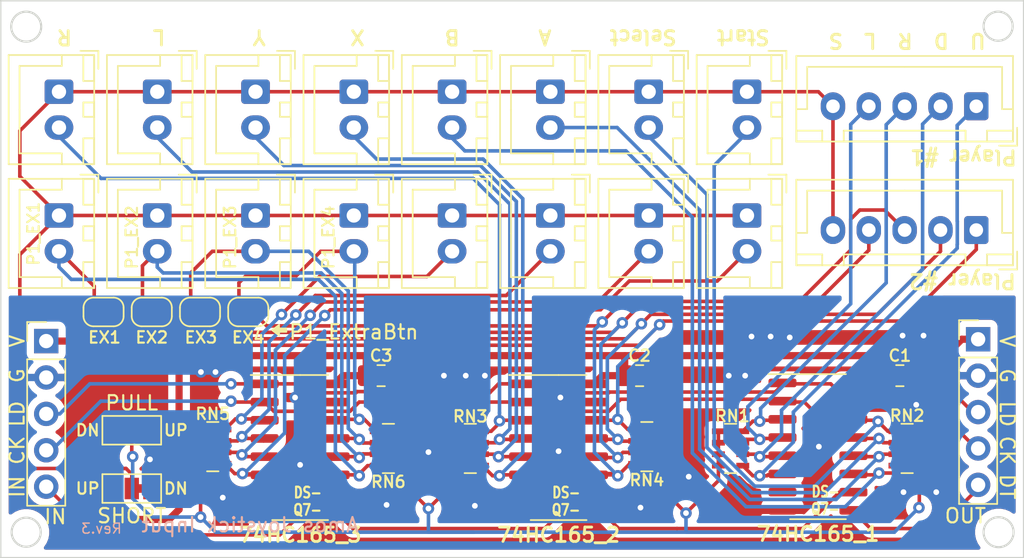
<source format=kicad_pcb>
(kicad_pcb (version 20171130) (host pcbnew "(5.1.9)-1")
  (layers (0 F.Cu signal) (31 B.Cu signal) (34 B.Paste user hide) (35 F.Paste user hide) (36 B.SilkS user) (37 F.SilkS user) (38 B.Mask user hide) (39 F.Mask user hide) (44 Edge.Cuts user))
  (net 0 "")
  (net 1 /PULL)
  (net 2 VCC)
  (net 3 GND)
  (net 4 /D_IN)
  (net 5 /D_OUT)
  (net 6 /LOAD)
  (net 7 /CLK)
  (net 8 /C_P1_START)
  (net 9 /C_P1_SELECT)
  (net 10 /C_P1_A)
  (net 11 /C_P1_B)
  (net 12 /C_P1_UP)
  (net 13 /C_P1_DOWN)
  (net 14 /C_P1_LEFT)
  (net 15 /C_P1_RIGHT)
  (net 16 /C_P1_X)
  (net 17 /C_P1_Y)
  (net 18 /C_P1_L)
  (net 19 /C_P1_R)
  (net 20 /C_P2_START)
  (net 21 /C_P2_SELECT)
  (net 22 /C_P2_A)
  (net 23 /C_P2_B)
  (net 24 /C_P2_UP)
  (net 25 /C_P2_DOWN)
  (net 26 /C_P2_LEFT)
  (net 27 /C_P2_RIGHT)
  (net 28 /C_P2_X)
  (net 29 /C_P2_Y)
  (net 30 /C_P2_L)
  (net 31 /C_P2_R)
  (net 32 /C_SHORT)
  (net 33 /D_OUT_2)
  (net 34 /D_OUT_3)
  (module Package_SO:SOIC-16_3.9x9.9mm_P1.27mm (layer F.Cu) (at 150.749 89.281)
    (fp_text reference 74HC165_1 (at 0 6.096) (layer F.SilkS) (effects (font (thickness 0.2))))
    (fp_text value 74HC165)
    (pad 16 smd roundrect (at 2.475 -4.445) (size 1.95 0.6) (layers F.Cu F.Paste F.Mask) (net 2 VCC))
    (pad 15 smd roundrect (at 2.475 -3.175) (size 1.95 0.6) (layers F.Cu F.Paste F.Mask) (net 3 GND))
    (pad 14 smd roundrect (at 2.475 -1.905) (size 1.95 0.6) (layers F.Cu F.Paste F.Mask) (net 8 /C_P1_START))
    (pad 13 smd roundrect (at 2.475 -0.635) (size 1.95 0.6) (layers F.Cu F.Paste F.Mask) (net 9 /C_P1_SELECT))
    (pad 12 smd roundrect (at 2.475 0.635) (size 1.95 0.6) (layers F.Cu F.Paste F.Mask) (net 10 /C_P1_A))
    (pad 11 smd roundrect (at 2.475 1.905) (size 1.95 0.6) (layers F.Cu F.Paste F.Mask) (net 11 /C_P1_B))
    (pad 10 smd roundrect (at 2.475 3.175) (size 1.95 0.6) (layers F.Cu F.Paste F.Mask) (net 33 /D_OUT_2))
    (pad 9 smd roundrect (at 2.475 4.445) (size 1.95 0.6) (layers F.Cu F.Paste F.Mask) (net 5 /D_OUT))
    (pad 8 smd roundrect (at -2.475 4.445) (size 1.95 0.6) (layers F.Cu F.Paste F.Mask) (net 3 GND))
    (pad 7 smd roundrect (at -2.475 3.175) (size 1.95 0.6) (layers F.Cu F.Paste F.Mask))
    (pad 6 smd roundrect (at -2.475 1.905) (size 1.95 0.6) (layers F.Cu F.Paste F.Mask) (net 12 /C_P1_UP))
    (pad 5 smd roundrect (at -2.475 0.635) (size 1.95 0.6) (layers F.Cu F.Paste F.Mask) (net 13 /C_P1_DOWN))
    (pad 4 smd roundrect (at -2.475 -0.635) (size 1.95 0.6) (layers F.Cu F.Paste F.Mask) (net 14 /C_P1_LEFT))
    (pad 3 smd roundrect (at -2.475 -1.905) (size 1.95 0.6) (layers F.Cu F.Paste F.Mask) (net 15 /C_P1_RIGHT))
    (pad 2 smd roundrect (at -2.475 -3.175) (size 1.95 0.6) (layers F.Cu F.Paste F.Mask) (net 7 /CLK))
    (pad 1 smd roundrect (at -2.475 -4.445) (size 1.95 0.6) (layers F.Cu F.Paste F.Mask) (net 6 /LOAD))
  )
  (module Jumper:SolderJumper-2_P1.3mm_Bridged_RoundedPad1.0x1.5mm (layer F.Cu) (at 110.998 79.883)
    (fp_text reference JP6 hide)
    (fp_text value Conn_01x02)
    (fp_poly (pts (xy 0.25 -0.3) (xy -0.25 -0.3) (xy -0.25 0.3) (xy 0.25 0.3)) (layer F.Cu) (width 0))
    (pad 1 smd custom (at -0.65 0) (size 1 0.5) (layers F.Cu F.Mask) (net 28 /C_P2_X) (options (clearance outline) (anchor rect)) (primitives (gr_circle (center 0 0.25) (end 0.5 0.25) (width 0)) (gr_circle (center 0 -0.25) (end 0.5 -0.25) (width 0)) (gr_poly (pts (xy 0 -0.75) (xy 0.5 -0.75) (xy 0.5 0.75) (xy 0 0.75)) (width 0))))
    (pad 2 smd custom (at 0.65 0) (size 1 0.5) (layers F.Cu F.Mask) (net 27 /C_P2_RIGHT) (options (clearance outline) (anchor rect)) (primitives (gr_circle (center 0 0.25) (end 0.5 0.25) (width 0)) (gr_circle (center 0 -0.25) (end 0.5 -0.25) (width 0)) (gr_poly (pts (xy 0 -0.75) (xy -0.5 -0.75) (xy -0.5 0.75) (xy 0 0.75)) (width 0))))
  )
  (module Jumper:SolderJumper-2_P1.3mm_Bridged_RoundedPad1.0x1.5mm (layer F.Cu) (at 107.6325 79.883)
    (fp_text reference JP5 hide)
    (fp_text value Conn_01x02)
    (fp_poly (pts (xy 0.25 -0.3) (xy -0.25 -0.3) (xy -0.25 0.3) (xy 0.25 0.3)) (layer F.Cu) (width 0))
    (pad 1 smd custom (at -0.65 0) (size 1 0.5) (layers F.Cu F.Mask) (net 29 /C_P2_Y) (options (clearance outline) (anchor rect)) (primitives (gr_circle (center 0 0.25) (end 0.5 0.25) (width 0)) (gr_circle (center 0 -0.25) (end 0.5 -0.25) (width 0)) (gr_poly (pts (xy 0 -0.75) (xy 0.5 -0.75) (xy 0.5 0.75) (xy 0 0.75)) (width 0))))
    (pad 2 smd custom (at 0.65 0) (size 1 0.5) (layers F.Cu F.Mask) (net 26 /C_P2_LEFT) (options (clearance outline) (anchor rect)) (primitives (gr_circle (center 0 0.25) (end 0.5 0.25) (width 0)) (gr_circle (center 0 -0.25) (end 0.5 -0.25) (width 0)) (gr_poly (pts (xy 0 -0.75) (xy -0.5 -0.75) (xy -0.5 0.75) (xy 0 0.75)) (width 0))))
  )
  (module Jumper:SolderJumper-2_P1.3mm_Bridged_RoundedPad1.0x1.5mm (layer F.Cu) (at 104.267 79.883)
    (fp_text reference JP4 hide)
    (fp_text value Conn_01x02)
    (fp_poly (pts (xy 0.25 -0.3) (xy -0.25 -0.3) (xy -0.25 0.3) (xy 0.25 0.3)) (layer F.Cu) (width 0))
    (pad 1 smd custom (at -0.65 0) (size 1 0.5) (layers F.Cu F.Mask) (net 30 /C_P2_L) (options (clearance outline) (anchor rect)) (primitives (gr_circle (center 0 0.25) (end 0.5 0.25) (width 0)) (gr_circle (center 0 -0.25) (end 0.5 -0.25) (width 0)) (gr_poly (pts (xy 0 -0.75) (xy 0.5 -0.75) (xy 0.5 0.75) (xy 0 0.75)) (width 0))))
    (pad 2 smd custom (at 0.65 0) (size 1 0.5) (layers F.Cu F.Mask) (net 25 /C_P2_DOWN) (options (clearance outline) (anchor rect)) (primitives (gr_circle (center 0 0.25) (end 0.5 0.25) (width 0)) (gr_circle (center 0 -0.25) (end 0.5 -0.25) (width 0)) (gr_poly (pts (xy 0 -0.75) (xy -0.5 -0.75) (xy -0.5 0.75) (xy 0 0.75)) (width 0))))
  )
  (module Jumper:SolderJumper-2_P1.3mm_Bridged_RoundedPad1.0x1.5mm (layer F.Cu) (at 100.9015 79.883)
    (fp_text reference JP3 hide)
    (fp_text value Conn_01x02)
    (fp_poly (pts (xy 0.25 -0.3) (xy -0.25 -0.3) (xy -0.25 0.3) (xy 0.25 0.3)) (layer F.Cu) (width 0))
    (pad 1 smd custom (at -0.65 0) (size 1 0.5) (layers F.Cu F.Mask) (net 31 /C_P2_R) (options (clearance outline) (anchor rect)) (primitives (gr_circle (center 0 0.25) (end 0.5 0.25) (width 0)) (gr_circle (center 0 -0.25) (end 0.5 -0.25) (width 0)) (gr_poly (pts (xy 0 -0.75) (xy 0.5 -0.75) (xy 0.5 0.75) (xy 0 0.75)) (width 0))))
    (pad 2 smd custom (at 0.65 0) (size 1 0.5) (layers F.Cu F.Mask) (net 24 /C_P2_UP) (options (clearance outline) (anchor rect)) (primitives (gr_circle (center 0 0.25) (end 0.5 0.25) (width 0)) (gr_circle (center 0 -0.25) (end 0.5 -0.25) (width 0)) (gr_poly (pts (xy 0 -0.75) (xy -0.5 -0.75) (xy -0.5 0.75) (xy 0 0.75)) (width 0))))
  )
  (module Connector_JST:JST_XH_B2B-XH-A_1x02_P2.50mm_Vertical (layer F.Cu) (at 97.79 64.516 270)
    (fp_text reference J19 hide)
    (fp_text value Conn_01x02)
    (pad 2 thru_hole oval (at 2.5 0 270) (size 1.7 2) (drill 1) (layers *.Cu *.Mask) (net 19 /C_P1_R))
    (pad 1 thru_hole roundrect (at 0 0 270) (size 1.7 2) (drill 1) (layers *.Cu *.Mask) (roundrect_rratio 0.1470588235294118) (net 32 /C_SHORT))
  )
  (module Connector_JST:JST_XH_B2B-XH-A_1x02_P2.50mm_Vertical (layer F.Cu) (at 104.648 64.516 270)
    (fp_text reference J18 hide)
    (fp_text value Conn_01x02)
    (pad 2 thru_hole oval (at 2.5 0 270) (size 1.7 2) (drill 1) (layers *.Cu *.Mask) (net 18 /C_P1_L))
    (pad 1 thru_hole roundrect (at 0 0 270) (size 1.7 2) (drill 1) (layers *.Cu *.Mask) (roundrect_rratio 0.1470588235294118) (net 32 /C_SHORT))
  )
  (module Connector_JST:JST_XH_B2B-XH-A_1x02_P2.50mm_Vertical (layer F.Cu) (at 111.506 64.516 270)
    (fp_text reference J17 hide)
    (fp_text value Conn_01x02)
    (pad 2 thru_hole oval (at 2.5 0 270) (size 1.7 2) (drill 1) (layers *.Cu *.Mask) (net 17 /C_P1_Y))
    (pad 1 thru_hole roundrect (at 0 0 270) (size 1.7 2) (drill 1) (layers *.Cu *.Mask) (roundrect_rratio 0.1470588235294118) (net 32 /C_SHORT))
  )
  (module Connector_JST:JST_XH_B2B-XH-A_1x02_P2.50mm_Vertical (layer F.Cu) (at 118.364 64.516 270)
    (fp_text reference J16 hide)
    (fp_text value Conn_01x02)
    (pad 2 thru_hole oval (at 2.5 0 270) (size 1.7 2) (drill 1) (layers *.Cu *.Mask) (net 16 /C_P1_X))
    (pad 1 thru_hole roundrect (at 0 0 270) (size 1.7 2) (drill 1) (layers *.Cu *.Mask) (roundrect_rratio 0.1470588235294118) (net 32 /C_SHORT))
  )
  (module Connector_JST:JST_XH_B2B-XH-A_1x02_P2.50mm_Vertical (layer F.Cu) (at 125.222 64.516 270)
    (fp_text reference J15 hide)
    (fp_text value Conn_01x02)
    (pad 2 thru_hole oval (at 2.5 0 270) (size 1.7 2) (drill 1) (layers *.Cu *.Mask) (net 11 /C_P1_B))
    (pad 1 thru_hole roundrect (at 0 0 270) (size 1.7 2) (drill 1) (layers *.Cu *.Mask) (roundrect_rratio 0.1470588235294118) (net 32 /C_SHORT))
  )
  (module Connector_JST:JST_XH_B2B-XH-A_1x02_P2.50mm_Vertical (layer F.Cu) (at 132.08 64.516 270)
    (fp_text reference J14 hide)
    (fp_text value Conn_01x02)
    (pad 2 thru_hole oval (at 2.5 0 270) (size 1.7 2) (drill 1) (layers *.Cu *.Mask) (net 10 /C_P1_A))
    (pad 1 thru_hole roundrect (at 0 0 270) (size 1.7 2) (drill 1) (layers *.Cu *.Mask) (roundrect_rratio 0.1470588235294118) (net 32 /C_SHORT))
  )
  (module Connector_JST:JST_XH_B2B-XH-A_1x02_P2.50mm_Vertical (layer F.Cu) (at 138.938 64.516 270)
    (fp_text reference J13 hide)
    (fp_text value Conn_01x02)
    (pad 2 thru_hole oval (at 2.5 0 270) (size 1.7 2) (drill 1) (layers *.Cu *.Mask) (net 9 /C_P1_SELECT))
    (pad 1 thru_hole roundrect (at 0 0 270) (size 1.7 2) (drill 1) (layers *.Cu *.Mask) (roundrect_rratio 0.1470588235294118) (net 32 /C_SHORT))
  )
  (module Connector_JST:JST_XH_B2B-XH-A_1x02_P2.50mm_Vertical (layer F.Cu) (at 97.79 73.152 270)
    (fp_text reference J29 hide)
    (fp_text value Conn_01x02)
    (pad 2 thru_hole oval (at 2.5 0 270) (size 1.7 2) (drill 1) (layers *.Cu *.Mask) (net 31 /C_P2_R))
    (pad 1 thru_hole roundrect (at 0 0 270) (size 1.7 2) (drill 1) (layers *.Cu *.Mask) (roundrect_rratio 0.1470588235294118) (net 32 /C_SHORT))
  )
  (module Connector_JST:JST_XH_B2B-XH-A_1x02_P2.50mm_Vertical (layer F.Cu) (at 104.648 73.152 270)
    (fp_text reference J28 hide)
    (fp_text value Conn_01x02)
    (pad 2 thru_hole oval (at 2.5 0 270) (size 1.7 2) (drill 1) (layers *.Cu *.Mask) (net 30 /C_P2_L))
    (pad 1 thru_hole roundrect (at 0 0 270) (size 1.7 2) (drill 1) (layers *.Cu *.Mask) (roundrect_rratio 0.1470588235294118) (net 32 /C_SHORT))
  )
  (module Connector_JST:JST_XH_B2B-XH-A_1x02_P2.50mm_Vertical (layer F.Cu) (at 111.506 73.152 270)
    (fp_text reference J27 hide)
    (fp_text value Conn_01x02)
    (pad 2 thru_hole oval (at 2.5 0 270) (size 1.7 2) (drill 1) (layers *.Cu *.Mask) (net 29 /C_P2_Y))
    (pad 1 thru_hole roundrect (at 0 0 270) (size 1.7 2) (drill 1) (layers *.Cu *.Mask) (roundrect_rratio 0.1470588235294118) (net 32 /C_SHORT))
  )
  (module Connector_JST:JST_XH_B2B-XH-A_1x02_P2.50mm_Vertical (layer F.Cu) (at 118.364 73.152 270)
    (fp_text reference J26 hide)
    (fp_text value Conn_01x02)
    (pad 2 thru_hole oval (at 2.5 0 270) (size 1.7 2) (drill 1) (layers *.Cu *.Mask) (net 28 /C_P2_X))
    (pad 1 thru_hole roundrect (at 0 0 270) (size 1.7 2) (drill 1) (layers *.Cu *.Mask) (roundrect_rratio 0.1470588235294118) (net 32 /C_SHORT))
  )
  (module Connector_JST:JST_XH_B2B-XH-A_1x02_P2.50mm_Vertical (layer F.Cu) (at 125.222 73.152 270)
    (fp_text reference J25 hide)
    (fp_text value Conn_01x02)
    (pad 2 thru_hole oval (at 2.5 0 270) (size 1.7 2) (drill 1) (layers *.Cu *.Mask) (net 23 /C_P2_B))
    (pad 1 thru_hole roundrect (at 0 0 270) (size 1.7 2) (drill 1) (layers *.Cu *.Mask) (roundrect_rratio 0.1470588235294118) (net 32 /C_SHORT))
  )
  (module Connector_JST:JST_XH_B2B-XH-A_1x02_P2.50mm_Vertical (layer F.Cu) (at 132.08 73.152 270)
    (fp_text reference J24 hide)
    (fp_text value Conn_01x02)
    (pad 2 thru_hole oval (at 2.5 0 270) (size 1.7 2) (drill 1) (layers *.Cu *.Mask) (net 22 /C_P2_A))
    (pad 1 thru_hole roundrect (at 0 0 270) (size 1.7 2) (drill 1) (layers *.Cu *.Mask) (roundrect_rratio 0.1470588235294118) (net 32 /C_SHORT))
  )
  (module Connector_JST:JST_XH_B2B-XH-A_1x02_P2.50mm_Vertical (layer F.Cu) (at 138.938 73.152 270)
    (fp_text reference J23 hide)
    (fp_text value Conn_01x02)
    (pad 2 thru_hole oval (at 2.5 0 270) (size 1.7 2) (drill 1) (layers *.Cu *.Mask) (net 21 /C_P2_SELECT))
    (pad 1 thru_hole roundrect (at 0 0 270) (size 1.7 2) (drill 1) (layers *.Cu *.Mask) (roundrect_rratio 0.1470588235294118) (net 32 /C_SHORT))
  )
  (module Connector_JST:JST_XH_B2B-XH-A_1x02_P2.50mm_Vertical (layer F.Cu) (at 145.796 64.516 270)
    (fp_text reference J12 hide)
    (fp_text value Conn_01x02)
    (pad 2 thru_hole oval (at 2.5 0 270) (size 1.7 2) (drill 1) (layers *.Cu *.Mask) (net 8 /C_P1_START))
    (pad 1 thru_hole roundrect (at 0 0 270) (size 1.7 2) (drill 1) (layers *.Cu *.Mask) (roundrect_rratio 0.1470588235294118) (net 32 /C_SHORT))
  )
  (module Connector_JST:JST_XH_B5B-XH-A_1x05_P2.50mm_Vertical (layer F.Cu) (at 161.798 65.532 180)
    (fp_text reference J11 hide)
    (fp_text value Conn_01x05)
    (pad 5 thru_hole oval (at 10 0 180) (size 1.7 1.95) (drill 0.95) (layers *.Cu *.Mask) (net 32 /C_SHORT))
    (pad 4 thru_hole oval (at 7.5 0 180) (size 1.7 1.95) (drill 0.95) (layers *.Cu *.Mask) (net 14 /C_P1_LEFT))
    (pad 3 thru_hole oval (at 5 0 180) (size 1.7 1.95) (drill 0.95) (layers *.Cu *.Mask) (net 15 /C_P1_RIGHT))
    (pad 2 thru_hole oval (at 2.5 0 180) (size 1.7 1.95) (drill 0.95) (layers *.Cu *.Mask) (net 13 /C_P1_DOWN))
    (pad 1 thru_hole roundrect (at 0 0 180) (size 1.7 1.95) (drill 0.95) (layers *.Cu *.Mask) (roundrect_rratio 0.1470588235294118) (net 12 /C_P1_UP))
  )
  (module Connector_JST:JST_XH_B2B-XH-A_1x02_P2.50mm_Vertical (layer F.Cu) (at 145.796 73.152 270)
    (fp_text reference J22 hide)
    (fp_text value Conn_01x02)
    (pad 2 thru_hole oval (at 2.5 0 270) (size 1.7 2) (drill 1) (layers *.Cu *.Mask) (net 20 /C_P2_START))
    (pad 1 thru_hole roundrect (at 0 0 270) (size 1.7 2) (drill 1) (layers *.Cu *.Mask) (roundrect_rratio 0.1470588235294118) (net 32 /C_SHORT))
  )
  (module Connector_JST:JST_XH_B5B-XH-A_1x05_P2.50mm_Vertical (layer F.Cu) (at 161.798 74.168 180)
    (fp_text reference J21 hide)
    (fp_text value Conn_01x05)
    (pad 5 thru_hole oval (at 10 0 180) (size 1.7 1.95) (drill 0.95) (layers *.Cu *.Mask) (net 32 /C_SHORT))
    (pad 4 thru_hole oval (at 7.5 0 180) (size 1.7 1.95) (drill 0.95) (layers *.Cu *.Mask) (net 26 /C_P2_LEFT))
    (pad 3 thru_hole oval (at 5 0 180) (size 1.7 1.95) (drill 0.95) (layers *.Cu *.Mask) (net 27 /C_P2_RIGHT))
    (pad 2 thru_hole oval (at 2.5 0 180) (size 1.7 1.95) (drill 0.95) (layers *.Cu *.Mask) (net 25 /C_P2_DOWN))
    (pad 1 thru_hole roundrect (at 0 0 180) (size 1.7 1.95) (drill 0.95) (layers *.Cu *.Mask) (roundrect_rratio 0.1470588235294118) (net 24 /C_P2_UP))
  )
  (module Capacitor_SMD:C_0805_2012Metric_Pad1.18x1.45mm_HandSolder (layer F.Cu) (at 120.269 84.328)
    (fp_text reference C3 (at 0 -1.397) (layer F.SilkS) (effects (font (size 0.8 0.8))))
    (fp_text value C)
    (pad 2 smd roundrect (at 1.0375 0) (size 1.175 1.45) (layers F.Cu F.Paste F.Mask) (roundrect_rratio 0.2127659574468085) (net 3 GND))
    (pad 1 smd roundrect (at -1.0375 0) (size 1.175 1.45) (layers F.Cu F.Paste F.Mask) (roundrect_rratio 0.2127659574468085) (net 2 VCC))
  )
  (module Capacitor_SMD:C_0805_2012Metric_Pad1.18x1.45mm_HandSolder (layer F.Cu) (at 138.303 84.328)
    (fp_text reference C2 (at 0 -1.397) (layer F.SilkS) (effects (font (size 0.8 0.8))))
    (fp_text value C)
    (pad 2 smd roundrect (at 1.0375 0) (size 1.175 1.45) (layers F.Cu F.Paste F.Mask) (roundrect_rratio 0.2127659574468085) (net 3 GND))
    (pad 1 smd roundrect (at -1.0375 0) (size 1.175 1.45) (layers F.Cu F.Paste F.Mask) (roundrect_rratio 0.2127659574468085) (net 2 VCC))
  )
  (module Capacitor_SMD:C_0805_2012Metric_Pad1.18x1.45mm_HandSolder (layer F.Cu) (at 156.464 84.328)
    (fp_text reference C1 (at 0 -1.397) (layer F.SilkS) (effects (font (size 0.8 0.8))))
    (fp_text value C)
    (pad 2 smd roundrect (at 1.0375 0) (size 1.175 1.45) (layers F.Cu F.Paste F.Mask) (roundrect_rratio 0.2127659574468085) (net 3 GND))
    (pad 1 smd roundrect (at -1.0375 0) (size 1.175 1.45) (layers F.Cu F.Paste F.Mask) (roundrect_rratio 0.2127659574468085) (net 2 VCC))
  )
  (module Connector_PinHeader_2.54mm:PinHeader_1x05_P2.54mm_Vertical (layer F.Cu) (at 161.925 81.788)
    (fp_text reference OUT1 hide)
    (fp_text value Conn_01x05_Male)
    (pad 5 thru_hole oval (at 0 10.16) (size 1.7 1.7) (drill 1) (layers *.Cu *.Mask) (net 5 /D_OUT))
    (pad 4 thru_hole oval (at 0 7.62) (size 1.7 1.7) (drill 1) (layers *.Cu *.Mask) (net 7 /CLK))
    (pad 3 thru_hole oval (at 0 5.08) (size 1.7 1.7) (drill 1) (layers *.Cu *.Mask) (net 6 /LOAD))
    (pad 2 thru_hole oval (at 0 2.54) (size 1.7 1.7) (drill 1) (layers *.Cu *.Mask) (net 3 GND))
    (pad 1 thru_hole rect (at 0 0) (size 1.7 1.7) (drill 1) (layers *.Cu *.Mask) (net 2 VCC))
  )
  (module Connector_PinHeader_2.54mm:PinHeader_1x05_P2.54mm_Vertical (layer F.Cu) (at 96.901 81.915)
    (fp_text reference IN1 hide)
    (fp_text value Conn_01x05_Male)
    (pad 5 thru_hole oval (at 0 10.16) (size 1.7 1.7) (drill 1) (layers *.Cu *.Mask) (net 4 /D_IN))
    (pad 4 thru_hole oval (at 0 7.62) (size 1.7 1.7) (drill 1) (layers *.Cu *.Mask) (net 7 /CLK))
    (pad 3 thru_hole oval (at 0 5.08) (size 1.7 1.7) (drill 1) (layers *.Cu *.Mask) (net 6 /LOAD))
    (pad 2 thru_hole oval (at 0 2.54) (size 1.7 1.7) (drill 1) (layers *.Cu *.Mask) (net 3 GND))
    (pad 1 thru_hole rect (at 0 0) (size 1.7 1.7) (drill 1) (layers *.Cu *.Mask) (net 2 VCC))
  )
  (module Resistor_SMD:R_Array_Concave_4x0603 (layer F.Cu) (at 144.653 89.408)
    (fp_text reference RN1 (at 0.127 -2.2606) (layer F.SilkS) (effects (font (size 0.8 0.8))))
    (fp_text value R_Pack04)
    (pad 2 smd rect (at -0.85 -0.4) (size 0.9 0.4) (layers F.Cu F.Paste F.Mask) (net 1 /PULL))
    (pad 3 smd rect (at -0.85 0.4) (size 0.9 0.4) (layers F.Cu F.Paste F.Mask) (net 1 /PULL))
    (pad 1 smd rect (at -0.85 -1.2) (size 0.9 0.4) (layers F.Cu F.Paste F.Mask) (net 1 /PULL))
    (pad 4 smd rect (at -0.85 1.2) (size 0.9 0.4) (layers F.Cu F.Paste F.Mask) (net 1 /PULL))
    (pad 8 smd rect (at 0.85 -1.2) (size 0.9 0.4) (layers F.Cu F.Paste F.Mask) (net 15 /C_P1_RIGHT))
    (pad 7 smd rect (at 0.85 -0.4) (size 0.9 0.4) (layers F.Cu F.Paste F.Mask) (net 14 /C_P1_LEFT))
    (pad 6 smd rect (at 0.85 0.4) (size 0.9 0.4) (layers F.Cu F.Paste F.Mask) (net 13 /C_P1_DOWN))
    (pad 5 smd rect (at 0.85 1.2) (size 0.9 0.4) (layers F.Cu F.Paste F.Mask) (net 12 /C_P1_UP))
  )
  (module Resistor_SMD:R_Array_Concave_4x0603 (layer F.Cu) (at 156.972 89.408 180)
    (fp_text reference RN2 (at 0 2.286) (layer F.SilkS) (effects (font (size 0.8 0.8))))
    (fp_text value R_Pack04)
    (pad 5 smd rect (at 0.85 1.2 180) (size 0.9 0.4) (layers F.Cu F.Paste F.Mask) (net 8 /C_P1_START))
    (pad 6 smd rect (at 0.85 0.4 180) (size 0.9 0.4) (layers F.Cu F.Paste F.Mask) (net 9 /C_P1_SELECT))
    (pad 7 smd rect (at 0.85 -0.4 180) (size 0.9 0.4) (layers F.Cu F.Paste F.Mask) (net 10 /C_P1_A))
    (pad 8 smd rect (at 0.85 -1.2 180) (size 0.9 0.4) (layers F.Cu F.Paste F.Mask) (net 11 /C_P1_B))
    (pad 4 smd rect (at -0.85 1.2 180) (size 0.9 0.4) (layers F.Cu F.Paste F.Mask) (net 1 /PULL))
    (pad 1 smd rect (at -0.85 -1.2 180) (size 0.9 0.4) (layers F.Cu F.Paste F.Mask) (net 1 /PULL))
    (pad 3 smd rect (at -0.85 0.4 180) (size 0.9 0.4) (layers F.Cu F.Paste F.Mask) (net 1 /PULL))
    (pad 2 smd rect (at -0.85 -0.4 180) (size 0.9 0.4) (layers F.Cu F.Paste F.Mask) (net 1 /PULL))
  )
  (module Jumper:SolderJumper-3_P1.3mm_Bridged12_Pad1.0x1.5mm_NumberLabels (layer F.Cu) (at 102.87 92.202 180)
    (fp_text reference JP2 hide)
    (fp_text value JUMPER)
    (fp_poly (pts (xy -0.9 -0.3) (xy -0.4 -0.3) (xy -0.4 0.3) (xy -0.9 0.3)) (layer F.Cu) (width 0))
    (fp_text user DN (at -2.159 0) (layer F.SilkS) (effects (font (size 0.8 0.8)) (justify left)))
    (fp_text user UP (at 2.159 0) (layer F.SilkS) (effects (font (size 0.8 0.8)) (justify right)))
    (pad 2 smd rect (at 0 0 180) (size 1 1.5) (layers F.Cu F.Mask) (net 32 /C_SHORT))
    (pad 3 smd rect (at 1.3 0 180) (size 1 1.5) (layers F.Cu F.Mask) (net 2 VCC))
    (pad 1 smd rect (at -1.3 0 180) (size 1 1.5) (layers F.Cu F.Mask) (net 3 GND))
  )
  (module Jumper:SolderJumper-3_P1.3mm_Bridged12_Pad1.0x1.5mm_NumberLabels (layer F.Cu) (at 102.87 88.138 180)
    (fp_text reference JP1 hide)
    (fp_text value JUMPER)
    (fp_poly (pts (xy -0.9 -0.3) (xy -0.4 -0.3) (xy -0.4 0.3) (xy -0.9 0.3)) (layer F.Cu) (width 0))
    (fp_text user UP (at -2.159 0) (layer F.SilkS) (effects (font (size 0.8 0.8)) (justify left)))
    (fp_text user DN (at 2.159 0) (layer F.SilkS) (effects (font (size 0.8 0.8)) (justify right)))
    (pad 2 smd rect (at 0 0 180) (size 1 1.5) (layers F.Cu F.Mask) (net 1 /PULL))
    (pad 3 smd rect (at 1.3 0 180) (size 1 1.5) (layers F.Cu F.Mask) (net 3 GND))
    (pad 1 smd rect (at -1.3 0 180) (size 1 1.5) (layers F.Cu F.Mask) (net 2 VCC))
  )
  (module Resistor_SMD:R_Array_Concave_4x0603 (layer F.Cu) (at 126.492 89.408)
    (fp_text reference RN3 (at 0 -2.2352) (layer F.SilkS) (effects (font (size 0.8 0.8))))
    (fp_text value R_Pack04)
    (pad 5 smd rect (at 0.85 1.2) (size 0.9 0.4) (layers F.Cu F.Paste F.Mask) (net 16 /C_P1_X))
    (pad 6 smd rect (at 0.85 0.4) (size 0.9 0.4) (layers F.Cu F.Paste F.Mask) (net 17 /C_P1_Y))
    (pad 7 smd rect (at 0.85 -0.4) (size 0.9 0.4) (layers F.Cu F.Paste F.Mask) (net 18 /C_P1_L))
    (pad 8 smd rect (at 0.85 -1.2) (size 0.9 0.4) (layers F.Cu F.Paste F.Mask) (net 19 /C_P1_R))
    (pad 4 smd rect (at -0.85 1.2) (size 0.9 0.4) (layers F.Cu F.Paste F.Mask) (net 1 /PULL))
    (pad 1 smd rect (at -0.85 -1.2) (size 0.9 0.4) (layers F.Cu F.Paste F.Mask) (net 1 /PULL))
    (pad 3 smd rect (at -0.85 0.4) (size 0.9 0.4) (layers F.Cu F.Paste F.Mask) (net 1 /PULL))
    (pad 2 smd rect (at -0.85 -0.4) (size 0.9 0.4) (layers F.Cu F.Paste F.Mask) (net 1 /PULL))
  )
  (module Resistor_SMD:R_Array_Concave_4x0603 (layer F.Cu) (at 138.811 89.281 180)
    (fp_text reference RN4 (at 0 -2.3368) (layer F.SilkS) (effects (font (size 0.8 0.8))))
    (fp_text value R_Pack04)
    (pad 5 smd rect (at 0.85 1.2 180) (size 0.9 0.4) (layers F.Cu F.Paste F.Mask) (net 24 /C_P2_UP))
    (pad 6 smd rect (at 0.85 0.4 180) (size 0.9 0.4) (layers F.Cu F.Paste F.Mask) (net 25 /C_P2_DOWN))
    (pad 7 smd rect (at 0.85 -0.4 180) (size 0.9 0.4) (layers F.Cu F.Paste F.Mask) (net 26 /C_P2_LEFT))
    (pad 8 smd rect (at 0.85 -1.2 180) (size 0.9 0.4) (layers F.Cu F.Paste F.Mask) (net 27 /C_P2_RIGHT))
    (pad 4 smd rect (at -0.85 1.2 180) (size 0.9 0.4) (layers F.Cu F.Paste F.Mask) (net 1 /PULL))
    (pad 1 smd rect (at -0.85 -1.2 180) (size 0.9 0.4) (layers F.Cu F.Paste F.Mask) (net 1 /PULL))
    (pad 3 smd rect (at -0.85 0.4 180) (size 0.9 0.4) (layers F.Cu F.Paste F.Mask) (net 1 /PULL))
    (pad 2 smd rect (at -0.85 -0.4 180) (size 0.9 0.4) (layers F.Cu F.Paste F.Mask) (net 1 /PULL))
  )
  (module Resistor_SMD:R_Array_Concave_4x0603 (layer F.Cu) (at 108.5215 89.281)
    (fp_text reference RN5 (at 0 -2.286) (layer F.SilkS) (effects (font (size 0.8 0.8))))
    (fp_text value R_Pack04)
    (pad 5 smd rect (at 0.85 1.2) (size 0.9 0.4) (layers F.Cu F.Paste F.Mask) (net 20 /C_P2_START))
    (pad 6 smd rect (at 0.85 0.4) (size 0.9 0.4) (layers F.Cu F.Paste F.Mask) (net 21 /C_P2_SELECT))
    (pad 7 smd rect (at 0.85 -0.4) (size 0.9 0.4) (layers F.Cu F.Paste F.Mask) (net 22 /C_P2_A))
    (pad 8 smd rect (at 0.85 -1.2) (size 0.9 0.4) (layers F.Cu F.Paste F.Mask) (net 23 /C_P2_B))
    (pad 4 smd rect (at -0.85 1.2) (size 0.9 0.4) (layers F.Cu F.Paste F.Mask) (net 1 /PULL))
    (pad 1 smd rect (at -0.85 -1.2) (size 0.9 0.4) (layers F.Cu F.Paste F.Mask) (net 1 /PULL))
    (pad 3 smd rect (at -0.85 0.4) (size 0.9 0.4) (layers F.Cu F.Paste F.Mask) (net 1 /PULL))
    (pad 2 smd rect (at -0.85 -0.4) (size 0.9 0.4) (layers F.Cu F.Paste F.Mask) (net 1 /PULL))
  )
  (module Resistor_SMD:R_Array_Concave_4x0603 (layer F.Cu) (at 120.777 89.408 180)
    (fp_text reference RN6 (at 0 -2.33172) (layer F.SilkS) (effects (font (size 0.8 0.8))))
    (fp_text value R_Pack04)
    (pad 5 smd rect (at 0.85 1.2 180) (size 0.9 0.4) (layers F.Cu F.Paste F.Mask) (net 28 /C_P2_X))
    (pad 6 smd rect (at 0.85 0.4 180) (size 0.9 0.4) (layers F.Cu F.Paste F.Mask) (net 29 /C_P2_Y))
    (pad 7 smd rect (at 0.85 -0.4 180) (size 0.9 0.4) (layers F.Cu F.Paste F.Mask) (net 30 /C_P2_L))
    (pad 8 smd rect (at 0.85 -1.2 180) (size 0.9 0.4) (layers F.Cu F.Paste F.Mask) (net 31 /C_P2_R))
    (pad 4 smd rect (at -0.85 1.2 180) (size 0.9 0.4) (layers F.Cu F.Paste F.Mask) (net 1 /PULL))
    (pad 1 smd rect (at -0.85 -1.2 180) (size 0.9 0.4) (layers F.Cu F.Paste F.Mask) (net 1 /PULL))
    (pad 3 smd rect (at -0.85 0.4 180) (size 0.9 0.4) (layers F.Cu F.Paste F.Mask) (net 1 /PULL))
    (pad 2 smd rect (at -0.85 -0.4 180) (size 0.9 0.4) (layers F.Cu F.Paste F.Mask) (net 1 /PULL))
  )
  (module Package_SO:SOIC-16_3.9x9.9mm_P1.27mm (layer F.Cu) (at 114.6175 89.3445)
    (fp_text reference 74HC165_3 (at 0 6.096) (layer F.SilkS) (effects (font (thickness 0.2))))
    (fp_text value 74HC165)
    (pad 16 smd roundrect (at 2.475 -4.445) (size 1.95 0.6) (layers F.Cu F.Paste F.Mask) (net 2 VCC))
    (pad 15 smd roundrect (at 2.475 -3.175) (size 1.95 0.6) (layers F.Cu F.Paste F.Mask) (net 3 GND))
    (pad 14 smd roundrect (at 2.475 -1.905) (size 1.95 0.6) (layers F.Cu F.Paste F.Mask) (net 28 /C_P2_X))
    (pad 13 smd roundrect (at 2.475 -0.635) (size 1.95 0.6) (layers F.Cu F.Paste F.Mask) (net 29 /C_P2_Y))
    (pad 12 smd roundrect (at 2.475 0.635) (size 1.95 0.6) (layers F.Cu F.Paste F.Mask) (net 30 /C_P2_L))
    (pad 11 smd roundrect (at 2.475 1.905) (size 1.95 0.6) (layers F.Cu F.Paste F.Mask) (net 31 /C_P2_R))
    (pad 10 smd roundrect (at 2.475 3.175) (size 1.95 0.6) (layers F.Cu F.Paste F.Mask) (net 4 /D_IN))
    (pad 9 smd roundrect (at 2.475 4.445) (size 1.95 0.6) (layers F.Cu F.Paste F.Mask) (net 34 /D_OUT_3))
    (pad 8 smd roundrect (at -2.475 4.445) (size 1.95 0.6) (layers F.Cu F.Paste F.Mask) (net 3 GND))
    (pad 7 smd roundrect (at -2.475 3.175) (size 1.95 0.6) (layers F.Cu F.Paste F.Mask))
    (pad 6 smd roundrect (at -2.475 1.905) (size 1.95 0.6) (layers F.Cu F.Paste F.Mask) (net 20 /C_P2_START))
    (pad 5 smd roundrect (at -2.475 0.635) (size 1.95 0.6) (layers F.Cu F.Paste F.Mask) (net 21 /C_P2_SELECT))
    (pad 4 smd roundrect (at -2.475 -0.635) (size 1.95 0.6) (layers F.Cu F.Paste F.Mask) (net 22 /C_P2_A))
    (pad 3 smd roundrect (at -2.475 -1.905) (size 1.95 0.6) (layers F.Cu F.Paste F.Mask) (net 23 /C_P2_B))
    (pad 2 smd roundrect (at -2.475 -3.175) (size 1.95 0.6) (layers F.Cu F.Paste F.Mask) (net 7 /CLK))
    (pad 1 smd roundrect (at -2.475 -4.445) (size 1.95 0.6) (layers F.Cu F.Paste F.Mask) (net 6 /LOAD))
  )
  (module Package_SO:SOIC-16_3.9x9.9mm_P1.27mm (layer F.Cu) (at 132.6515 89.3445)
    (fp_text reference 74HC165_2 (at 0 6.096) (layer F.SilkS) (effects (font (thickness 0.2))))
    (fp_text value 74HC165)
    (pad 16 smd roundrect (at 2.475 -4.445) (size 1.95 0.6) (layers F.Cu F.Paste F.Mask) (net 2 VCC))
    (pad 15 smd roundrect (at 2.475 -3.175) (size 1.95 0.6) (layers F.Cu F.Paste F.Mask) (net 3 GND))
    (pad 14 smd roundrect (at 2.475 -1.905) (size 1.95 0.6) (layers F.Cu F.Paste F.Mask) (net 24 /C_P2_UP))
    (pad 13 smd roundrect (at 2.475 -0.635) (size 1.95 0.6) (layers F.Cu F.Paste F.Mask) (net 25 /C_P2_DOWN))
    (pad 12 smd roundrect (at 2.475 0.635) (size 1.95 0.6) (layers F.Cu F.Paste F.Mask) (net 26 /C_P2_LEFT))
    (pad 11 smd roundrect (at 2.475 1.905) (size 1.95 0.6) (layers F.Cu F.Paste F.Mask) (net 27 /C_P2_RIGHT))
    (pad 10 smd roundrect (at 2.475 3.175) (size 1.95 0.6) (layers F.Cu F.Paste F.Mask) (net 34 /D_OUT_3))
    (pad 9 smd roundrect (at 2.475 4.445) (size 1.95 0.6) (layers F.Cu F.Paste F.Mask) (net 33 /D_OUT_2))
    (pad 8 smd roundrect (at -2.475 4.445) (size 1.95 0.6) (layers F.Cu F.Paste F.Mask) (net 3 GND))
    (pad 7 smd roundrect (at -2.475 3.175) (size 1.95 0.6) (layers F.Cu F.Paste F.Mask))
    (pad 6 smd roundrect (at -2.475 1.905) (size 1.95 0.6) (layers F.Cu F.Paste F.Mask) (net 16 /C_P1_X))
    (pad 5 smd roundrect (at -2.475 0.635) (size 1.95 0.6) (layers F.Cu F.Paste F.Mask) (net 17 /C_P1_Y))
    (pad 4 smd roundrect (at -2.475 -0.635) (size 1.95 0.6) (layers F.Cu F.Paste F.Mask) (net 18 /C_P1_L))
    (pad 3 smd roundrect (at -2.475 -1.905) (size 1.95 0.6) (layers F.Cu F.Paste F.Mask) (net 19 /C_P1_R))
    (pad 2 smd roundrect (at -2.475 -3.175) (size 1.95 0.6) (layers F.Cu F.Paste F.Mask) (net 7 /CLK))
    (pad 1 smd roundrect (at -2.475 -4.445) (size 1.95 0.6) (layers F.Cu F.Paste F.Mask) (net 6 /LOAD))
  )
  (gr_text P1_EX4 (at 116.586 74.676 90) (layer F.SilkS) (effects (font (size 0.8 0.8))))
  (gr_text P1_EX3 (at 109.728 74.676 90) (layer F.SilkS) (effects (font (size 0.8 0.8))))
  (gr_text P1_EX2 (at 102.87 74.676 90) (layer F.SilkS) (effects (font (size 0.8 0.8))))
  (gr_text P1_EX1 (at 96.012 74.422 90) (layer F.SilkS) (effects (font (size 0.8 0.8))))
  (gr_text "DS-\nQ7-" (at 152.3365 93.0275) (layer F.SilkS) (effects (font (size 0.75 0.6)) (justify right)))
  (gr_text "DS-\nQ7-" (at 116.205 93.091) (layer F.SilkS) (effects (font (size 0.75 0.6)) (justify right)))
  (gr_text "DS-\nQ7-" (at 134.239 93.091) (layer F.SilkS) (effects (font (size 0.75 0.6)) (justify right)))
  (gr_text IN (at 97.536 94.1705) (layer F.SilkS) (effects (font (size 1 1))))
  (gr_text OUT (at 161.036 94.107) (layer F.SilkS) (effects (font (size 1 1))))
  (gr_text G (at 163.957 84.328 270) (layer F.SilkS) (effects (font (size 1 1))))
  (gr_text LD (at 163.957 86.995 270) (layer F.SilkS) (effects (font (size 1 1))))
  (gr_text V (at 163.957 81.915 270) (layer F.SilkS) (effects (font (size 1 1))))
  (gr_text CK (at 163.957 89.535 270) (layer F.SilkS) (effects (font (size 1 1))))
  (gr_text DT (at 163.957 92.075 270) (layer F.SilkS) (effects (font (size 1 1))))
  (gr_text V (at 94.869 81.915 90) (layer F.SilkS) (effects (font (size 1 1))))
  (gr_text G (at 94.869 84.328 90) (layer F.SilkS) (effects (font (size 1 1))))
  (gr_text LD (at 94.869 86.995 90) (layer F.SilkS) (effects (font (size 1 1))))
  (gr_text CK (at 94.869 89.535 90) (layer F.SilkS) (effects (font (size 1 1))))
  (gr_text IN (at 94.869 92.075 90) (layer F.SilkS) (effects (font (size 1 1))))
  (gr_poly (pts (xy 113.157 81.026) (xy 113.665 81.026) (xy 113.665 81.28) (xy 113.157 81.28) (xy 113.157 81.534) (xy 112.649 81.153) (xy 113.157 80.772)) (layer F.SilkS) (width 0.1))
  (gr_text P1_ExtraBtn (at 118.364 81.28) (layer F.SilkS) (effects (font (size 1 1))))
  (gr_text EX4 (at 110.998 81.661) (layer F.SilkS) (effects (font (size 0.8 0.8))))
  (gr_text EX3 (at 107.696 81.661) (layer F.SilkS) (effects (font (size 0.8 0.8))))
  (gr_text EX2 (at 104.267 81.661) (layer F.SilkS) (effects (font (size 0.8 0.8))))
  (gr_text EX1 (at 100.965 81.661) (layer F.SilkS) (effects (font (size 0.8 0.8))))
  (gr_text PULL (at 102.87 86.233) (layer F.SilkS) (effects (font (size 1 1))))
  (gr_text SHORT (at 102.87 94.107) (layer F.SilkS) (effects (font (size 1 1))))
  (gr_text "Player #2" (at 164.6555 77.724 180) (layer F.SilkS) (effects (font (size 1 1) (thickness 0.2)) (justify left)))
  (gr_text "Player #1" (at 164.719 69.088 180) (layer F.SilkS) (effects (font (size 1 1) (thickness 0.2)) (justify left)))
  (gr_text R (at 98.171 60.706 180) (layer F.SilkS) (effects (font (size 1 1) (thickness 0.2))))
  (gr_text L (at 104.775 60.706 180) (layer F.SilkS) (effects (font (size 1 1) (thickness 0.2))))
  (gr_text Y (at 111.76 60.706 180) (layer F.SilkS) (effects (font (size 1 1) (thickness 0.2))))
  (gr_text X (at 118.618 60.706 180) (layer F.SilkS) (effects (font (size 1 1) (thickness 0.2))))
  (gr_text B (at 125.222 60.706 180) (layer F.SilkS) (effects (font (size 1 1) (thickness 0.2))))
  (gr_text A (at 131.699 60.706 180) (layer F.SilkS) (effects (font (size 1 1) (thickness 0.2))))
  (gr_text Select (at 138.557 60.706 180) (layer F.SilkS) (effects (font (size 1 1) (thickness 0.2))))
  (gr_text Start (at 145.542 60.706 180) (layer F.SilkS) (effects (font (size 1 1) (thickness 0.2))))
  (gr_text "U  D  R  L  S" (at 156.972 60.96 180) (layer F.SilkS) (effects (font (size 1 1) (thickness 0.2))))
  (gr_circle (center 163.353269 95.25) (end 164.400538 95.25) (layer Edge.Cuts) (width 0.15))
  (gr_circle (center 95.504 95.25) (end 96.52 95.25) (layer Edge.Cuts) (width 0.15))
  (gr_circle (center 95.504 59.975269) (end 96.551269 59.975269) (layer Edge.Cuts) (width 0.15))
  (gr_circle (center 163.322 59.944) (end 164.338 59.944) (layer Edge.Cuts) (width 0.15))
  (gr_text Rev.3 (at 102.235 94.996) (layer B.SilkS) (effects (font (size 0.7 0.7) (thickness 0.1)) (justify left mirror)))
  (gr_text "Amos Joystick Input" (at 111.125 94.742) (layer B.SilkS) (effects (font (size 1 1)) (justify mirror)))
  (gr_line (start 165.1 58.166) (end 165.1 97.028) (layer Edge.Cuts) (width 0.1))
  (gr_line (start 93.726 58.166) (end 165.1 58.166) (layer Edge.Cuts) (width 0.1))
  (gr_line (start 93.726 97.028) (end 93.726 58.166) (layer Edge.Cuts) (width 0.1))
  (gr_line (start 165.1 97.028) (end 93.726 97.028) (layer Edge.Cuts) (width 0.1))
  (segment (start 143.4855 90.494) (end 143.4855 90.468827) (width 0.25) (layer F.Cu) (net 1))
  (segment (start 143.803 90.608) (end 143.803 88.208) (width 0.25) (layer F.Cu) (net 1))
  (via (at 141.541492 93.91649) (size 0.8) (drill 0.4) (layers F.Cu B.Cu) (net 1))
  (segment (start 143.803 90.608) (end 143.803 91.654982) (width 0.25) (layer F.Cu) (net 1))
  (segment (start 143.803 91.654982) (end 141.541492 93.91649) (width 0.25) (layer F.Cu) (net 1))
  (segment (start 139.661 88.081) (end 139.661 92.035998) (width 0.25) (layer F.Cu) (net 1))
  (segment (start 139.661 92.035998) (end 141.541492 93.91649) (width 0.25) (layer F.Cu) (net 1))
  (segment (start 125.642 90.608) (end 125.642 88.208) (width 0.25) (layer F.Cu) (net 1))
  (segment (start 125.642 90.608) (end 125.642 91.528) (width 0.25) (layer F.Cu) (net 1))
  (segment (start 125.642 91.528) (end 123.571001 93.598999) (width 0.25) (layer F.Cu) (net 1))
  (segment (start 121.627 91.654998) (end 123.571001 93.598999) (width 0.25) (layer F.Cu) (net 1))
  (segment (start 121.627 88.208) (end 121.627 91.654998) (width 0.25) (layer F.Cu) (net 1))
  (via (at 123.571001 93.598999) (size 0.8) (drill 0.4) (layers F.Cu B.Cu) (net 1))
  (segment (start 123.571 93.599) (end 123.571001 93.598999) (width 0.25) (layer B.Cu) (net 1))
  (segment (start 123.571 95.25) (end 123.571 93.599) (width 0.25) (layer B.Cu) (net 1))
  (segment (start 126.746 95.25) (end 123.571 95.25) (width 0.25) (layer B.Cu) (net 1))
  (segment (start 141.541492 95.186492) (end 141.541492 93.91649) (width 0.25) (layer B.Cu) (net 1))
  (segment (start 141.605 95.25) (end 141.541492 95.186492) (width 0.25) (layer B.Cu) (net 1))
  (segment (start 148.336 95.25) (end 141.605 95.25) (width 0.25) (layer B.Cu) (net 1))
  (via (at 157.797494 93.535491) (size 0.8) (drill 0.4) (layers F.Cu B.Cu) (net 1))
  (segment (start 148.336 95.25) (end 156.082985 95.25) (width 0.25) (layer B.Cu) (net 1))
  (segment (start 156.082985 95.25) (end 157.797494 93.535491) (width 0.25) (layer B.Cu) (net 1))
  (segment (start 157.822 88.208) (end 157.822 93.510985) (width 0.25) (layer F.Cu) (net 1))
  (segment (start 157.822 93.510985) (end 157.797494 93.535491) (width 0.25) (layer F.Cu) (net 1))
  (via (at 102.933494 89.9795) (size 0.8) (drill 0.4) (layers F.Cu B.Cu) (net 1))
  (segment (start 102.87 89.916006) (end 102.933494 89.9795) (width 0.25) (layer F.Cu) (net 1))
  (segment (start 102.87 88.138) (end 102.87 89.916006) (width 0.25) (layer F.Cu) (net 1))
  (via (at 107.671506 94.194994) (size 0.8) (drill 0.4) (layers F.Cu B.Cu) (net 1))
  (segment (start 107.6715 88.081) (end 107.6715 94.194988) (width 0.25) (layer F.Cu) (net 1))
  (segment (start 102.933494 89.9795) (end 102.933494 92.900494) (width 0.25) (layer B.Cu) (net 1))
  (segment (start 107.6715 94.194988) (end 107.671506 94.194994) (width 0.25) (layer F.Cu) (net 1))
  (segment (start 148.336 95.25) (end 108.726512 95.25) (width 0.25) (layer B.Cu) (net 1))
  (segment (start 108.726512 95.25) (end 107.671506 94.194994) (width 0.25) (layer B.Cu) (net 1))
  (segment (start 102.933494 92.900494) (end 104.227994 94.194994) (width 0.25) (layer B.Cu) (net 1))
  (segment (start 104.227994 94.194994) (end 107.671506 94.194994) (width 0.25) (layer B.Cu) (net 1))
  (segment (start 153.2113 84.8995) (end 153.2875 84.8995) (width 0.5) (layer F.Cu) (net 2))
  (segment (start 135.698 84.328) (end 137.2655 84.328) (width 0.5) (layer F.Cu) (net 2))
  (segment (start 135.1265 84.8995) (end 135.698 84.328) (width 0.5) (layer F.Cu) (net 2))
  (segment (start 117.602 84.328) (end 119.2315 84.328) (width 0.5) (layer F.Cu) (net 2))
  (segment (start 117.0925 84.8375) (end 117.602 84.328) (width 0.5) (layer F.Cu) (net 2))
  (segment (start 117.0925 84.8995) (end 117.0925 84.8375) (width 0.5) (layer F.Cu) (net 2))
  (segment (start 153.859 84.328) (end 153.2875 84.8995) (width 0.5) (layer F.Cu) (net 2))
  (segment (start 155.4265 84.328) (end 153.859 84.328) (width 0.5) (layer F.Cu) (net 2))
  (segment (start 119.2315 82.973) (end 119.1895 82.931) (width 0.5) (layer F.Cu) (net 2))
  (segment (start 119.2315 84.328) (end 119.2315 82.973) (width 0.5) (layer F.Cu) (net 2))
  (segment (start 137.2655 82.9525) (end 137.2655 84.328) (width 0.5) (layer F.Cu) (net 2))
  (segment (start 137.287 82.931) (end 137.2655 82.9525) (width 0.5) (layer F.Cu) (net 2))
  (segment (start 155.448 82.931) (end 159.639 82.931) (width 0.5) (layer F.Cu) (net 2))
  (segment (start 155.448 83.058) (end 155.448 82.931) (width 0.5) (layer F.Cu) (net 2))
  (segment (start 155.4265 83.0795) (end 155.448 83.058) (width 0.5) (layer F.Cu) (net 2))
  (segment (start 155.4265 84.328) (end 155.4265 83.0795) (width 0.5) (layer F.Cu) (net 2))
  (segment (start 160.782 81.788) (end 161.925 81.788) (width 0.5) (layer F.Cu) (net 2))
  (segment (start 159.639 82.931) (end 160.782 81.788) (width 0.5) (layer F.Cu) (net 2))
  (segment (start 106.172 88.0745) (end 106.172 82.931) (width 0.5) (layer F.Cu) (net 2))
  (segment (start 106.1085 88.138) (end 106.172 88.0745) (width 0.5) (layer F.Cu) (net 2))
  (segment (start 104.17 88.138) (end 106.1085 88.138) (width 0.5) (layer F.Cu) (net 2))
  (segment (start 106.172 93.6625) (end 106.172 88.138) (width 0.5) (layer F.Cu) (net 2))
  (segment (start 105.4735 94.361) (end 106.172 93.6625) (width 0.5) (layer F.Cu) (net 2))
  (segment (start 102.479 94.361) (end 105.4735 94.361) (width 0.5) (layer F.Cu) (net 2))
  (segment (start 106.172 88.138) (end 104.17 88.138) (width 0.5) (layer F.Cu) (net 2))
  (segment (start 101.57 93.452) (end 102.479 94.361) (width 0.5) (layer F.Cu) (net 2))
  (segment (start 101.57 92.202) (end 101.57 93.452) (width 0.5) (layer F.Cu) (net 2))
  (segment (start 99.695 82.931) (end 159.639 82.931) (width 0.5) (layer F.Cu) (net 2))
  (segment (start 98.679 81.915) (end 99.695 82.931) (width 0.5) (layer F.Cu) (net 2))
  (segment (start 96.901 81.915) (end 98.679 81.915) (width 0.5) (layer F.Cu) (net 2))
  (via (at 114.6175 90.551) (size 0.8) (drill 0.4) (layers F.Cu B.Cu) (net 3))
  (via (at 127.508 84.328) (size 0.8) (drill 0.4) (layers F.Cu B.Cu) (net 3))
  (via (at 120.65 93.345) (size 0.8) (drill 0.4) (layers F.Cu B.Cu) (net 3))
  (via (at 123.571 89.662) (size 0.8) (drill 0.4) (layers F.Cu B.Cu) (net 3))
  (via (at 126.8095 93.4085) (size 0.8) (drill 0.4) (layers F.Cu B.Cu) (net 3))
  (via (at 138.3665 93.5355) (size 0.8) (drill 0.4) (layers F.Cu B.Cu) (net 3))
  (via (at 132.6515 89.5985) (size 0.8) (drill 0.4) (layers F.Cu B.Cu) (net 3))
  (via (at 109.22 92.837) (size 0.8) (drill 0.4) (layers F.Cu B.Cu) (net 3))
  (via (at 132.7785 85.852) (size 0.8) (drill 0.4) (layers F.Cu B.Cu) (net 3))
  (segment (start 133.096 86.1695) (end 132.7785 85.852) (width 0.5) (layer F.Cu) (net 3))
  (segment (start 135.1265 86.1695) (end 133.096 86.1695) (width 0.5) (layer F.Cu) (net 3))
  (via (at 150.8125 89.281) (size 0.8) (drill 0.4) (layers F.Cu B.Cu) (net 3))
  (via (at 148.7805 81.661) (size 0.8) (drill 0.4) (layers F.Cu B.Cu) (net 3))
  (via (at 158.115 81.534) (size 0.8) (drill 0.4) (layers F.Cu B.Cu) (net 3))
  (via (at 145.669 84.328) (size 0.8) (drill 0.4) (layers F.Cu B.Cu) (net 3))
  (via (at 156.6545 81.534) (size 0.8) (drill 0.4) (layers F.Cu B.Cu) (net 3))
  (via (at 147.447 81.5975) (size 0.8) (drill 0.4) (layers F.Cu B.Cu) (net 3))
  (segment (start 153.224 86.106) (end 157.353 86.106) (width 0.5) (layer F.Cu) (net 3))
  (via (at 157.607 86.36) (size 0.8) (drill 0.4) (layers F.Cu B.Cu) (net 3))
  (segment (start 157.353 86.106) (end 157.607 86.36) (width 0.5) (layer F.Cu) (net 3))
  (via (at 141.732 91.3765) (size 0.8) (drill 0.4) (layers F.Cu B.Cu) (net 3))
  (via (at 156.718 92.456) (size 0.8) (drill 0.4) (layers F.Cu B.Cu) (net 3))
  (via (at 159.004 92.456) (size 0.8) (drill 0.4) (layers F.Cu B.Cu) (net 3))
  (via (at 146.1135 81.5975) (size 0.8) (drill 0.4) (layers F.Cu B.Cu) (net 3))
  (via (at 126.1745 84.328) (size 0.8) (drill 0.4) (layers F.Cu B.Cu) (net 3))
  (via (at 124.6505 84.328) (size 0.8) (drill 0.4) (layers F.Cu B.Cu) (net 3))
  (via (at 104.14 90.170012) (size 0.8) (drill 0.4) (layers F.Cu B.Cu) (net 3))
  (segment (start 104.17 92.202) (end 104.17 90.200012) (width 0.5) (layer F.Cu) (net 3))
  (segment (start 104.17 90.200012) (end 104.14 90.170012) (width 0.5) (layer F.Cu) (net 3))
  (via (at 114.26301 85.852) (size 0.8) (drill 0.4) (layers F.Cu B.Cu) (net 3))
  (segment (start 117.0925 86.1695) (end 114.58051 86.1695) (width 0.5) (layer F.Cu) (net 3))
  (segment (start 114.58051 86.1695) (end 114.26301 85.852) (width 0.5) (layer F.Cu) (net 3))
  (via (at 107.696 84.074) (size 0.8) (drill 0.4) (layers F.Cu B.Cu) (net 3))
  (via (at 108.712 84.074) (size 0.8) (drill 0.4) (layers F.Cu B.Cu) (net 3))
  (via (at 144.526 84.328) (size 0.8) (drill 0.4) (layers F.Cu B.Cu) (net 3))
  (segment (start 117.0925 92.5195) (end 117.156 92.456) (width 0.25) (layer F.Cu) (net 4))
  (segment (start 117.156 92.456) (end 117.283 92.456) (width 0.25) (layer F.Cu) (net 4))
  (segment (start 116.1175 92.5195) (end 117.0925 92.5195) (width 0.25) (layer F.Cu) (net 4))
  (segment (start 113.1965 95.4405) (end 116.1175 92.5195) (width 0.25) (layer F.Cu) (net 4))
  (segment (start 100.2665 95.4405) (end 113.1965 95.4405) (width 0.25) (layer F.Cu) (net 4))
  (segment (start 96.901 92.075) (end 100.2665 95.4405) (width 0.25) (layer F.Cu) (net 4))
  (segment (start 161.925 92.202) (end 161.925 91.948) (width 0.25) (layer F.Cu) (net 5))
  (segment (start 159.131 94.996) (end 161.925 92.202) (width 0.25) (layer F.Cu) (net 5))
  (segment (start 154.4178 94.996) (end 159.131 94.996) (width 0.25) (layer F.Cu) (net 5))
  (segment (start 153.0208 93.599) (end 154.4178 94.996) (width 0.25) (layer F.Cu) (net 5))
  (segment (start 129.0955 84.8995) (end 130.1765 84.8995) (width 0.25) (layer F.Cu) (net 6))
  (segment (start 128.4605 84.8995) (end 129.0955 84.8995) (width 0.25) (layer F.Cu) (net 6))
  (segment (start 127.83549 85.52451) (end 128.4605 84.8995) (width 0.25) (layer F.Cu) (net 6))
  (segment (start 115.2525 84.8995) (end 115.87751 85.52451) (width 0.25) (layer F.Cu) (net 6))
  (segment (start 112.1425 84.8995) (end 115.2525 84.8995) (width 0.25) (layer F.Cu) (net 6))
  (segment (start 115.7605 85.4075) (end 115.87751 85.52451) (width 0.25) (layer F.Cu) (net 6))
  (segment (start 127.83549 85.52451) (end 127.889 85.471) (width 0.25) (layer F.Cu) (net 6))
  (segment (start 118.506075 85.52451) (end 118.591598 85.438987) (width 0.25) (layer F.Cu) (net 6))
  (segment (start 115.87751 85.52451) (end 118.506075 85.52451) (width 0.25) (layer F.Cu) (net 6))
  (segment (start 119.999925 85.52451) (end 127.83549 85.52451) (width 0.25) (layer F.Cu) (net 6))
  (segment (start 119.914402 85.438987) (end 119.999925 85.52451) (width 0.25) (layer F.Cu) (net 6))
  (segment (start 118.591598 85.438987) (end 119.914402 85.438987) (width 0.25) (layer F.Cu) (net 6))
  (segment (start 161.544 86.868) (end 161.925 86.868) (width 0.25) (layer F.Cu) (net 6))
  (segment (start 152.215742 85.47451) (end 160.15051 85.47451) (width 0.25) (layer F.Cu) (net 6))
  (segment (start 136.148258 85.52451) (end 136.201768 85.471) (width 0.25) (layer F.Cu) (net 6))
  (segment (start 160.15051 85.47451) (end 161.544 86.868) (width 0.25) (layer F.Cu) (net 6))
  (segment (start 151.640732 84.8995) (end 152.215742 85.47451) (width 0.25) (layer F.Cu) (net 6))
  (segment (start 148.3375 84.8995) (end 151.640732 84.8995) (width 0.25) (layer F.Cu) (net 6))
  (segment (start 134.104742 85.52451) (end 136.148258 85.52451) (width 0.25) (layer F.Cu) (net 6))
  (segment (start 147.766 85.471) (end 148.3375 84.8995) (width 0.25) (layer F.Cu) (net 6))
  (segment (start 134.051232 85.471) (end 134.104742 85.52451) (width 0.25) (layer F.Cu) (net 6))
  (segment (start 133.858 85.471) (end 134.051232 85.471) (width 0.25) (layer F.Cu) (net 6))
  (segment (start 133.2865 84.8995) (end 133.858 85.471) (width 0.25) (layer F.Cu) (net 6))
  (segment (start 136.201768 85.471) (end 147.766 85.471) (width 0.25) (layer F.Cu) (net 6))
  (segment (start 130.1765 84.8995) (end 133.2865 84.8995) (width 0.25) (layer F.Cu) (net 6))
  (segment (start 112.1425 84.8995) (end 109.7915 84.8995) (width 0.25) (layer F.Cu) (net 6))
  (via (at 109.7915 84.8995) (size 0.8) (drill 0.4) (layers F.Cu B.Cu) (net 6))
  (segment (start 97.847002 86.995) (end 96.901 86.995) (width 0.25) (layer B.Cu) (net 6))
  (segment (start 99.942502 84.8995) (end 97.847002 86.995) (width 0.25) (layer B.Cu) (net 6))
  (segment (start 109.7915 84.8995) (end 99.942502 84.8995) (width 0.25) (layer B.Cu) (net 6))
  (segment (start 148.3375 86.1695) (end 149.7965 86.1695) (width 0.25) (layer F.Cu) (net 7))
  (segment (start 159.5755 87.1855) (end 161.798 89.408) (width 0.25) (layer F.Cu) (net 7))
  (segment (start 148.142521 85.974521) (end 148.3375 86.1695) (width 0.25) (layer F.Cu) (net 7))
  (segment (start 161.798 89.408) (end 161.925 89.408) (width 0.25) (layer F.Cu) (net 7))
  (segment (start 136.988227 85.974521) (end 148.142521 85.974521) (width 0.25) (layer F.Cu) (net 7))
  (segment (start 156.498998 87.1855) (end 159.5755 87.1855) (width 0.25) (layer F.Cu) (net 7))
  (segment (start 136.148258 86.81449) (end 136.988227 85.974521) (width 0.25) (layer F.Cu) (net 7))
  (segment (start 156.044508 86.73101) (end 156.498998 87.1855) (width 0.25) (layer F.Cu) (net 7))
  (segment (start 132.15349 86.81449) (end 136.148258 86.81449) (width 0.25) (layer F.Cu) (net 7))
  (segment (start 149.7965 86.1695) (end 150.35801 86.73101) (width 0.25) (layer F.Cu) (net 7))
  (segment (start 131.4196 86.0806) (end 132.15349 86.81449) (width 0.25) (layer F.Cu) (net 7))
  (segment (start 150.35801 86.73101) (end 156.044508 86.73101) (width 0.25) (layer F.Cu) (net 7))
  (segment (start 130.0876 86.0806) (end 131.4196 86.0806) (width 0.25) (layer F.Cu) (net 7))
  (segment (start 111.1675 86.1695) (end 112.1425 86.1695) (width 0.25) (layer F.Cu) (net 7))
  (via (at 109.7915 86.106) (size 0.8) (drill 0.4) (layers F.Cu B.Cu) (net 7))
  (segment (start 109.855 86.1695) (end 109.7915 86.106) (width 0.25) (layer F.Cu) (net 7))
  (segment (start 112.1425 86.1695) (end 109.855 86.1695) (width 0.25) (layer F.Cu) (net 7))
  (segment (start 112.78749 86.81449) (end 112.1425 86.1695) (width 0.25) (layer F.Cu) (net 7))
  (segment (start 118.739268 86.1695) (end 118.094278 86.81449) (width 0.25) (layer F.Cu) (net 7))
  (segment (start 130.1765 86.1695) (end 118.739268 86.1695) (width 0.25) (layer F.Cu) (net 7))
  (segment (start 118.094278 86.81449) (end 112.78749 86.81449) (width 0.25) (layer F.Cu) (net 7))
  (segment (start 100.711 86.106) (end 109.7915 86.106) (width 0.25) (layer B.Cu) (net 7))
  (segment (start 97.282 89.535) (end 100.711 86.106) (width 0.25) (layer B.Cu) (net 7))
  (segment (start 96.901 89.535) (end 97.282 89.535) (width 0.25) (layer B.Cu) (net 7))
  (segment (start 154.85999 87.4395) (end 154.94 87.51951) (width 0.25) (layer F.Cu) (net 8))
  (segment (start 153.2875 87.4395) (end 154.85999 87.4395) (width 0.25) (layer F.Cu) (net 8))
  (segment (start 155.62849 88.208) (end 156.122 88.208) (width 0.25) (layer F.Cu) (net 8))
  (segment (start 154.94 87.51951) (end 155.62849 88.208) (width 0.25) (layer F.Cu) (net 8))
  (via (at 154.93998 87.51951) (size 0.8) (drill 0.4) (layers F.Cu B.Cu) (net 8))
  (segment (start 154.94 87.51951) (end 154.93998 87.51951) (width 0.25) (layer F.Cu) (net 8))
  (segment (start 145.796 67.3735) (end 145.796 67.016) (width 0.25) (layer B.Cu) (net 8))
  (segment (start 143.51 69.6595) (end 145.796 67.3735) (width 0.25) (layer B.Cu) (net 8))
  (segment (start 143.51 89.211004) (end 143.51 69.6595) (width 0.25) (layer B.Cu) (net 8))
  (segment (start 146.336997 92.038001) (end 143.51 89.211004) (width 0.25) (layer B.Cu) (net 8))
  (segment (start 150.531999 92.038001) (end 146.336997 92.038001) (width 0.25) (layer B.Cu) (net 8))
  (segment (start 154.93998 87.63002) (end 150.531999 92.038001) (width 0.25) (layer B.Cu) (net 8))
  (segment (start 154.93998 87.51951) (end 154.93998 87.63002) (width 0.25) (layer B.Cu) (net 8))
  (segment (start 155.302 89.008) (end 155.0035 88.7095) (width 0.25) (layer F.Cu) (net 9))
  (segment (start 156.122 89.008) (end 155.302 89.008) (width 0.25) (layer F.Cu) (net 9))
  (via (at 155.0035 88.7095) (size 0.8) (drill 0.4) (layers F.Cu B.Cu) (net 9))
  (segment (start 154.822314 88.7095) (end 155.0035 88.7095) (width 0.25) (layer F.Cu) (net 9))
  (segment (start 153.2875 88.7095) (end 154.822314 88.7095) (width 0.25) (layer F.Cu) (net 9))
  (segment (start 138.938 67.6275) (end 138.938 67.016) (width 0.25) (layer B.Cu) (net 9))
  (segment (start 143.002 89.339414) (end 143.002 71.6915) (width 0.25) (layer B.Cu) (net 9))
  (segment (start 143.002 71.6915) (end 138.938 67.6275) (width 0.25) (layer B.Cu) (net 9))
  (segment (start 146.150596 92.48801) (end 143.002 89.339414) (width 0.25) (layer B.Cu) (net 9))
  (segment (start 151.224989 92.488011) (end 146.150596 92.48801) (width 0.25) (layer B.Cu) (net 9))
  (segment (start 155.0035 88.7095) (end 151.224989 92.488011) (width 0.25) (layer B.Cu) (net 9))
  (segment (start 153.2875 89.9795) (end 155.00349 89.9795) (width 0.25) (layer F.Cu) (net 10))
  (segment (start 156.122 89.808) (end 155.175016 89.808) (width 0.25) (layer F.Cu) (net 10))
  (via (at 155.003503 89.979513) (size 0.8) (drill 0.4) (layers F.Cu B.Cu) (net 10))
  (segment (start 155.00349 89.9795) (end 155.003503 89.979513) (width 0.25) (layer F.Cu) (net 10))
  (segment (start 155.175016 89.808) (end 155.003503 89.979513) (width 0.25) (layer F.Cu) (net 10))
  (segment (start 152.019016 92.964) (end 155.003503 89.979513) (width 0.25) (layer B.Cu) (net 10))
  (segment (start 145.990176 92.964) (end 152.019016 92.964) (width 0.25) (layer B.Cu) (net 10))
  (segment (start 142.494 89.467824) (end 145.990176 92.964) (width 0.25) (layer B.Cu) (net 10))
  (segment (start 142.494 72.771) (end 142.494 89.467824) (width 0.25) (layer B.Cu) (net 10))
  (segment (start 136.739 67.016) (end 142.494 72.771) (width 0.25) (layer B.Cu) (net 10))
  (segment (start 132.08 67.016) (end 136.739 67.016) (width 0.25) (layer B.Cu) (net 10))
  (via (at 155.0035 91.1225) (size 0.8) (drill 0.4) (layers F.Cu B.Cu) (net 11))
  (segment (start 153.2875 91.2495) (end 154.8765 91.2495) (width 0.25) (layer F.Cu) (net 11))
  (segment (start 154.8765 91.2495) (end 155.0035 91.1225) (width 0.25) (layer F.Cu) (net 11))
  (segment (start 156.122 90.608) (end 156.122 91.058) (width 0.25) (layer F.Cu) (net 11))
  (segment (start 156.122 91.058) (end 156.0575 91.1225) (width 0.25) (layer F.Cu) (net 11))
  (segment (start 156.0575 91.1225) (end 155.0035 91.1225) (width 0.25) (layer F.Cu) (net 11))
  (segment (start 152.654 93.472) (end 155.0035 91.1225) (width 0.25) (layer B.Cu) (net 11))
  (segment (start 145.7325 93.472) (end 152.654 93.472) (width 0.25) (layer B.Cu) (net 11))
  (segment (start 141.986 89.7255) (end 145.7325 93.472) (width 0.25) (layer B.Cu) (net 11))
  (segment (start 141.986 73.279) (end 141.986 89.7255) (width 0.25) (layer B.Cu) (net 11))
  (segment (start 137.3505 68.6435) (end 141.986 73.279) (width 0.25) (layer B.Cu) (net 11))
  (segment (start 126.111 68.6435) (end 137.3505 68.6435) (width 0.25) (layer B.Cu) (net 11))
  (segment (start 125.222 67.7545) (end 126.111 68.6435) (width 0.25) (layer B.Cu) (net 11))
  (segment (start 125.222 67.016) (end 125.222 67.7545) (width 0.25) (layer B.Cu) (net 11))
  (via (at 146.685 91.313) (size 0.8) (drill 0.4) (layers F.Cu B.Cu) (net 12))
  (segment (start 147.256496 91.2495) (end 148.3375 91.2495) (width 0.25) (layer F.Cu) (net 12))
  (segment (start 147.192996 91.313) (end 147.256496 91.2495) (width 0.25) (layer F.Cu) (net 12))
  (segment (start 146.685 91.313) (end 147.192996 91.313) (width 0.25) (layer F.Cu) (net 12))
  (segment (start 146.208 91.313) (end 145.503 90.608) (width 0.25) (layer F.Cu) (net 12))
  (segment (start 146.685 91.313) (end 146.208 91.313) (width 0.25) (layer F.Cu) (net 12))
  (segment (start 160.4645 66.8655) (end 161.798 65.532) (width 0.25) (layer B.Cu) (net 12))
  (segment (start 160.4645 73.547785) (end 160.4645 66.8655) (width 0.25) (layer B.Cu) (net 12))
  (segment (start 160.47301 73.556295) (end 160.4645 73.547785) (width 0.25) (layer B.Cu) (net 12))
  (segment (start 160.47301 75.160705) (end 160.47301 73.556295) (width 0.25) (layer B.Cu) (net 12))
  (segment (start 160.4645 75.169215) (end 160.47301 75.160705) (width 0.25) (layer B.Cu) (net 12))
  (segment (start 160.4645 75.438) (end 160.4645 75.169215) (width 0.25) (layer B.Cu) (net 12))
  (segment (start 149.0345 86.868) (end 160.4645 75.438) (width 0.25) (layer B.Cu) (net 12))
  (segment (start 149.0345 88.9635) (end 149.0345 86.868) (width 0.25) (layer B.Cu) (net 12))
  (segment (start 146.685 91.313) (end 149.0345 88.9635) (width 0.25) (layer B.Cu) (net 12))
  (via (at 146.685 89.9795) (size 0.8) (drill 0.4) (layers F.Cu B.Cu) (net 13))
  (segment (start 146.5135 89.808) (end 146.685 89.9795) (width 0.25) (layer F.Cu) (net 13))
  (segment (start 145.503 89.808) (end 146.5135 89.808) (width 0.25) (layer F.Cu) (net 13))
  (segment (start 148.3375 89.9795) (end 146.685 89.9795) (width 0.25) (layer F.Cu) (net 13))
  (segment (start 148.209 88.4555) (end 146.685 89.9795) (width 0.25) (layer B.Cu) (net 13))
  (segment (start 148.209 86.741) (end 148.209 88.4555) (width 0.25) (layer B.Cu) (net 13))
  (segment (start 158.0515 76.8985) (end 148.209 86.741) (width 0.25) (layer B.Cu) (net 13))
  (segment (start 158.0515 66.7785) (end 158.0515 76.8985) (width 0.25) (layer B.Cu) (net 13))
  (segment (start 159.298 65.532) (end 158.0515 66.7785) (width 0.25) (layer B.Cu) (net 13))
  (via (at 146.685 88.773) (size 0.8) (drill 0.4) (layers F.Cu B.Cu) (net 14))
  (segment (start 147.0025 88.7095) (end 148.3375 88.7095) (width 0.25) (layer F.Cu) (net 14))
  (segment (start 146.939 88.773) (end 147.0025 88.7095) (width 0.25) (layer F.Cu) (net 14))
  (segment (start 146.685 88.773) (end 146.939 88.773) (width 0.25) (layer F.Cu) (net 14))
  (segment (start 145.738 88.773) (end 145.503 89.008) (width 0.25) (layer F.Cu) (net 14))
  (segment (start 146.685 88.773) (end 145.738 88.773) (width 0.25) (layer F.Cu) (net 14))
  (segment (start 145.8595 87.9475) (end 146.685 88.773) (width 0.25) (layer B.Cu) (net 14))
  (segment (start 145.8595 86.487) (end 145.8595 87.9475) (width 0.25) (layer B.Cu) (net 14))
  (segment (start 153.035 79.3115) (end 145.8595 86.487) (width 0.25) (layer B.Cu) (net 14))
  (segment (start 153.035 66.795) (end 153.035 79.3115) (width 0.25) (layer B.Cu) (net 14))
  (segment (start 154.298 65.532) (end 153.035 66.795) (width 0.25) (layer B.Cu) (net 14))
  (segment (start 146.75782 87.4395) (end 148.3375 87.4395) (width 0.25) (layer F.Cu) (net 15))
  (segment (start 146.69432 87.503) (end 146.75782 87.4395) (width 0.25) (layer F.Cu) (net 15))
  (segment (start 146.685 87.503) (end 146.69432 87.503) (width 0.25) (layer F.Cu) (net 15))
  (segment (start 146.208 87.503) (end 145.503 88.208) (width 0.25) (layer F.Cu) (net 15))
  (segment (start 146.685 87.503) (end 146.208 87.503) (width 0.25) (layer F.Cu) (net 15))
  (via (at 146.685 87.503) (size 0.8) (drill 0.4) (layers F.Cu B.Cu) (net 15))
  (segment (start 155.5115 66.8185) (end 156.798 65.532) (width 0.25) (layer B.Cu) (net 15))
  (segment (start 155.5115 77.851) (end 155.5115 66.8185) (width 0.25) (layer B.Cu) (net 15))
  (segment (start 146.7485 86.614) (end 155.5115 77.851) (width 0.25) (layer B.Cu) (net 15))
  (segment (start 146.7485 87.4395) (end 146.7485 86.614) (width 0.25) (layer B.Cu) (net 15))
  (segment (start 146.685 87.503) (end 146.7485 87.4395) (width 0.25) (layer B.Cu) (net 15))
  (segment (start 130.1765 91.2495) (end 129.3495 91.2495) (width 0.25) (layer F.Cu) (net 16))
  (via (at 128.524 91.313) (size 0.8) (drill 0.4) (layers F.Cu B.Cu) (net 16))
  (segment (start 128.5875 91.2495) (end 128.524 91.313) (width 0.25) (layer F.Cu) (net 16))
  (segment (start 130.1765 91.2495) (end 128.5875 91.2495) (width 0.25) (layer F.Cu) (net 16))
  (segment (start 128.047 91.313) (end 127.342 90.608) (width 0.25) (layer F.Cu) (net 16))
  (segment (start 128.524 91.313) (end 128.047 91.313) (width 0.25) (layer F.Cu) (net 16))
  (segment (start 118.364 67.6275) (end 118.364 67.016) (width 0.25) (layer B.Cu) (net 16))
  (segment (start 119.9515 69.215) (end 118.364 67.6275) (width 0.25) (layer B.Cu) (net 16))
  (segment (start 127.383822 69.215) (end 119.9515 69.215) (width 0.25) (layer B.Cu) (net 16))
  (segment (start 130.153683 71.984861) (end 127.383822 69.215) (width 0.25) (layer B.Cu) (net 16))
  (segment (start 130.153683 89.683317) (end 130.153683 71.984861) (width 0.25) (layer B.Cu) (net 16))
  (segment (start 128.524 91.313) (end 130.153683 89.683317) (width 0.25) (layer B.Cu) (net 16))
  (via (at 128.460506 89.9795) (size 0.8) (drill 0.4) (layers F.Cu B.Cu) (net 17))
  (segment (start 130.1765 89.9795) (end 128.460506 89.9795) (width 0.25) (layer F.Cu) (net 17))
  (segment (start 127.342 89.808) (end 128.289006 89.808) (width 0.25) (layer F.Cu) (net 17))
  (segment (start 128.289006 89.808) (end 128.460506 89.9795) (width 0.25) (layer F.Cu) (net 17))
  (segment (start 113.480011 69.665011) (end 111.506 67.691) (width 0.25) (layer B.Cu) (net 17))
  (segment (start 127.197422 69.665011) (end 113.480011 69.665011) (width 0.25) (layer B.Cu) (net 17))
  (segment (start 129.703672 72.171261) (end 127.197422 69.665011) (width 0.25) (layer B.Cu) (net 17))
  (segment (start 129.703672 88.736335) (end 129.703672 72.171261) (width 0.25) (layer B.Cu) (net 17))
  (segment (start 111.506 67.691) (end 111.506 67.016) (width 0.25) (layer B.Cu) (net 17))
  (segment (start 128.460506 89.9795) (end 129.703672 88.736335) (width 0.25) (layer B.Cu) (net 17))
  (segment (start 127.1515 89.0205) (end 127.1515 89.0515) (width 0.25) (layer F.Cu) (net 18))
  (via (at 128.52866 88.773) (size 0.8) (drill 0.4) (layers F.Cu B.Cu) (net 18))
  (segment (start 130.113 88.773) (end 130.1765 88.7095) (width 0.25) (layer F.Cu) (net 18))
  (segment (start 128.52866 88.773) (end 130.113 88.773) (width 0.25) (layer F.Cu) (net 18))
  (segment (start 128.29366 89.008) (end 128.52866 88.773) (width 0.25) (layer F.Cu) (net 18))
  (segment (start 127.342 89.008) (end 128.29366 89.008) (width 0.25) (layer F.Cu) (net 18))
  (segment (start 128.928659 88.373001) (end 128.52866 88.773) (width 0.25) (layer B.Cu) (net 18))
  (segment (start 129.253661 88.047999) (end 128.928659 88.373001) (width 0.25) (layer B.Cu) (net 18))
  (segment (start 129.253661 72.357661) (end 129.253661 88.047999) (width 0.25) (layer B.Cu) (net 18))
  (segment (start 127.011022 70.115022) (end 129.253661 72.357661) (width 0.25) (layer B.Cu) (net 18))
  (segment (start 107.072022 70.115022) (end 127.011022 70.115022) (width 0.25) (layer B.Cu) (net 18))
  (segment (start 104.648 67.691) (end 107.072022 70.115022) (width 0.25) (layer B.Cu) (net 18))
  (segment (start 104.648 67.016) (end 104.648 67.691) (width 0.25) (layer B.Cu) (net 18))
  (via (at 128.52866 87.479701) (size 0.8) (drill 0.4) (layers F.Cu B.Cu) (net 19))
  (segment (start 127.3295 88.2205) (end 127.342 88.208) (width 0.25) (layer F.Cu) (net 19))
  (segment (start 127.1515 88.2205) (end 127.3295 88.2205) (width 0.25) (layer F.Cu) (net 19))
  (segment (start 128.52866 87.62534) (end 128.52866 87.479701) (width 0.25) (layer F.Cu) (net 19))
  (segment (start 127.946 88.208) (end 128.52866 87.62534) (width 0.25) (layer F.Cu) (net 19))
  (segment (start 127.342 88.208) (end 127.946 88.208) (width 0.25) (layer F.Cu) (net 19))
  (segment (start 128.568861 87.4395) (end 130.1765 87.4395) (width 0.25) (layer F.Cu) (net 19))
  (segment (start 128.52866 87.479701) (end 128.568861 87.4395) (width 0.25) (layer F.Cu) (net 19))
  (segment (start 128.52866 72.39466) (end 128.52866 86.914016) (width 0.25) (layer B.Cu) (net 19))
  (segment (start 126.699033 70.565033) (end 128.52866 72.39466) (width 0.25) (layer B.Cu) (net 19))
  (segment (start 100.727533 70.565033) (end 126.699033 70.565033) (width 0.25) (layer B.Cu) (net 19))
  (segment (start 97.79 67.6275) (end 100.727533 70.565033) (width 0.25) (layer B.Cu) (net 19))
  (segment (start 128.52866 86.914016) (end 128.52866 87.479701) (width 0.25) (layer B.Cu) (net 19))
  (segment (start 97.79 67.016) (end 97.79 67.6275) (width 0.25) (layer B.Cu) (net 19))
  (segment (start 110.617 91.186) (end 110.5916 91.1606) (width 0.25) (layer F.Cu) (net 20))
  (segment (start 112.333 91.186) (end 110.617 91.186) (width 0.25) (layer F.Cu) (net 20))
  (via (at 110.5916 91.1606) (size 0.8) (drill 0.4) (layers F.Cu B.Cu) (net 20))
  (segment (start 110.6805 91.2495) (end 112.1425 91.2495) (width 0.25) (layer F.Cu) (net 20))
  (segment (start 110.5916 91.1606) (end 110.6805 91.2495) (width 0.25) (layer F.Cu) (net 20))
  (segment (start 110.0511 91.1606) (end 110.5916 91.1606) (width 0.25) (layer F.Cu) (net 20))
  (segment (start 109.3715 90.481) (end 110.0511 91.1606) (width 0.25) (layer F.Cu) (net 20))
  (via (at 116.332 80.130956) (size 0.8) (drill 0.4) (layers F.Cu B.Cu) (net 20))
  (segment (start 143.724 77.724) (end 137.584486 77.724) (width 0.25) (layer F.Cu) (net 20))
  (segment (start 135.577529 79.730957) (end 116.731999 79.730957) (width 0.25) (layer F.Cu) (net 20))
  (segment (start 116.731999 79.730957) (end 116.332 80.130956) (width 0.25) (layer F.Cu) (net 20))
  (segment (start 145.796 75.652) (end 143.724 77.724) (width 0.25) (layer F.Cu) (net 20))
  (segment (start 137.584486 77.724) (end 135.577529 79.730957) (width 0.25) (layer F.Cu) (net 20))
  (segment (start 113.538 82.924956) (end 116.332 80.130956) (width 0.25) (layer B.Cu) (net 20))
  (segment (start 113.538 88.3285) (end 113.538 82.924956) (width 0.25) (layer B.Cu) (net 20))
  (segment (start 110.7059 91.1606) (end 113.538 88.3285) (width 0.25) (layer B.Cu) (net 20))
  (segment (start 110.5916 91.1606) (end 110.7059 91.1606) (width 0.25) (layer B.Cu) (net 20))
  (via (at 110.5535 89.8525) (size 0.8) (drill 0.4) (layers F.Cu B.Cu) (net 21))
  (segment (start 110.6805 89.9795) (end 110.5535 89.8525) (width 0.25) (layer F.Cu) (net 21))
  (segment (start 112.1425 89.9795) (end 110.6805 89.9795) (width 0.25) (layer F.Cu) (net 21))
  (segment (start 110.382 89.681) (end 110.5535 89.8525) (width 0.25) (layer F.Cu) (net 21))
  (segment (start 109.3715 89.681) (end 110.382 89.681) (width 0.25) (layer F.Cu) (net 21))
  (segment (start 112.897489 87.508511) (end 112.897489 82.540147) (width 0.25) (layer B.Cu) (net 21))
  (via (at 115.31828 80.119356) (size 0.8) (drill 0.4) (layers F.Cu B.Cu) (net 21))
  (segment (start 110.5535 89.8525) (end 112.897489 87.508511) (width 0.25) (layer B.Cu) (net 21))
  (segment (start 116.253136 79.1845) (end 115.31828 80.119356) (width 0.25) (layer F.Cu) (net 21))
  (segment (start 135.4055 79.1845) (end 116.253136 79.1845) (width 0.25) (layer F.Cu) (net 21))
  (segment (start 112.897489 82.540147) (end 115.31828 80.119356) (width 0.25) (layer B.Cu) (net 21))
  (segment (start 138.938 75.652) (end 135.4055 79.1845) (width 0.25) (layer F.Cu) (net 21))
  (segment (start 112.0726 88.881) (end 112.333 88.6206) (width 0.25) (layer F.Cu) (net 22))
  (via (at 110.5535 88.5825) (size 0.8) (drill 0.4) (layers F.Cu B.Cu) (net 22))
  (segment (start 110.6805 88.7095) (end 110.5535 88.5825) (width 0.25) (layer F.Cu) (net 22))
  (segment (start 112.1425 88.7095) (end 110.6805 88.7095) (width 0.25) (layer F.Cu) (net 22))
  (segment (start 110.255 88.881) (end 110.5535 88.5825) (width 0.25) (layer F.Cu) (net 22))
  (segment (start 109.3715 88.881) (end 110.255 88.881) (width 0.25) (layer F.Cu) (net 22))
  (segment (start 115.677828 78.734489) (end 114.318458 80.093859) (width 0.25) (layer F.Cu) (net 22))
  (segment (start 110.5535 88.5825) (end 112.447478 86.688522) (width 0.25) (layer B.Cu) (net 22))
  (segment (start 112.447478 81.964839) (end 114.318458 80.093859) (width 0.25) (layer B.Cu) (net 22))
  (segment (start 112.447478 86.688522) (end 112.447478 81.964839) (width 0.25) (layer B.Cu) (net 22))
  (via (at 114.318458 80.093859) (size 0.8) (drill 0.4) (layers F.Cu B.Cu) (net 22))
  (segment (start 132.08 75.652) (end 128.997511 78.734489) (width 0.25) (layer F.Cu) (net 22))
  (segment (start 128.997511 78.734489) (end 115.677828 78.734489) (width 0.25) (layer F.Cu) (net 22))
  (via (at 110.5154 87.3506) (size 0.8) (drill 0.4) (layers F.Cu B.Cu) (net 23))
  (segment (start 110.5408 87.376) (end 110.5154 87.3506) (width 0.25) (layer F.Cu) (net 23))
  (segment (start 110.1019 87.3506) (end 110.5154 87.3506) (width 0.25) (layer F.Cu) (net 23))
  (segment (start 109.3715 88.081) (end 110.1019 87.3506) (width 0.25) (layer F.Cu) (net 23))
  (segment (start 112.0536 87.3506) (end 112.1425 87.4395) (width 0.25) (layer F.Cu) (net 23))
  (segment (start 110.5154 87.3506) (end 112.0536 87.3506) (width 0.25) (layer F.Cu) (net 23))
  (segment (start 125.222 75.652) (end 123.4675 77.4065) (width 0.25) (layer F.Cu) (net 23))
  (via (at 113.318898 80.06381) (size 0.8) (drill 0.4) (layers F.Cu B.Cu) (net 23))
  (segment (start 115.976208 77.4065) (end 113.318898 80.06381) (width 0.25) (layer F.Cu) (net 23))
  (segment (start 123.4675 77.4065) (end 115.976208 77.4065) (width 0.25) (layer F.Cu) (net 23))
  (segment (start 111.9505 81.432208) (end 113.318898 80.06381) (width 0.25) (layer B.Cu) (net 23))
  (segment (start 111.9505 85.9155) (end 111.9505 81.432208) (width 0.25) (layer B.Cu) (net 23))
  (segment (start 110.5154 87.3506) (end 111.9505 85.9155) (width 0.25) (layer B.Cu) (net 23))
  (segment (start 137.484 88.081) (end 136.779 87.376) (width 0.25) (layer F.Cu) (net 24))
  (segment (start 137.961 88.081) (end 137.484 88.081) (width 0.25) (layer F.Cu) (net 24))
  (via (at 136.779 87.376) (size 0.8) (drill 0.4) (layers F.Cu B.Cu) (net 24))
  (segment (start 136.7155 87.4395) (end 136.779 87.376) (width 0.25) (layer F.Cu) (net 24))
  (segment (start 135.1265 87.4395) (end 136.7155 87.4395) (width 0.25) (layer F.Cu) (net 24))
  (segment (start 136.779 87.376) (end 136.779 83.693) (width 0.25) (layer B.Cu) (net 24))
  (segment (start 136.779 83.693) (end 139.7 80.772) (width 0.25) (layer B.Cu) (net 24))
  (via (at 139.7 80.772) (size 0.8) (drill 0.4) (layers F.Cu B.Cu) (net 24))
  (segment (start 103.874499 82.205999) (end 138.266001 82.205999) (width 0.25) (layer F.Cu) (net 24))
  (segment (start 138.266001 82.205999) (end 139.7 80.772) (width 0.25) (layer F.Cu) (net 24))
  (segment (start 101.5515 79.883) (end 103.874499 82.205999) (width 0.25) (layer F.Cu) (net 24))
  (segment (start 139.954 80.518) (end 139.7 80.772) (width 0.25) (layer F.Cu) (net 24))
  (segment (start 156.804 80.518) (end 139.954 80.518) (width 0.25) (layer F.Cu) (net 24))
  (segment (start 161.798 75.524) (end 156.804 80.518) (width 0.25) (layer F.Cu) (net 24))
  (segment (start 161.798 74.168) (end 161.798 75.524) (width 0.25) (layer F.Cu) (net 24))
  (via (at 136.779 88.773) (size 0.8) (drill 0.4) (layers F.Cu B.Cu) (net 25))
  (segment (start 135.571 88.773) (end 135.4186 88.6206) (width 0.25) (layer F.Cu) (net 25))
  (segment (start 136.779 88.773) (end 135.571 88.773) (width 0.25) (layer F.Cu) (net 25))
  (segment (start 137.942 88.9) (end 137.961 88.881) (width 0.25) (layer F.Cu) (net 25))
  (segment (start 136.906 88.9) (end 137.942 88.9) (width 0.25) (layer F.Cu) (net 25))
  (segment (start 136.779 88.773) (end 136.906 88.9) (width 0.25) (layer F.Cu) (net 25))
  (via (at 138.43 80.7085) (size 0.8) (drill 0.4) (layers F.Cu B.Cu) (net 25))
  (segment (start 137.382512 81.755988) (end 138.43 80.7085) (width 0.25) (layer F.Cu) (net 25))
  (segment (start 136.779 88.773) (end 136.053999 88.047999) (width 0.25) (layer B.Cu) (net 25))
  (segment (start 136.053999 88.047999) (end 136.053999 83.084501) (width 0.25) (layer B.Cu) (net 25))
  (segment (start 136.053999 83.084501) (end 138.43 80.7085) (width 0.25) (layer B.Cu) (net 25))
  (segment (start 104.917 79.883) (end 106.789988 81.755988) (width 0.25) (layer F.Cu) (net 25))
  (segment (start 106.789988 81.755988) (end 137.382512 81.755988) (width 0.25) (layer F.Cu) (net 25))
  (segment (start 139.091501 80.046999) (end 138.43 80.7085) (width 0.25) (layer F.Cu) (net 25))
  (segment (start 159.298 75.652) (end 154.903001 80.046999) (width 0.25) (layer F.Cu) (net 25))
  (segment (start 154.903001 80.046999) (end 139.091501 80.046999) (width 0.25) (layer F.Cu) (net 25))
  (segment (start 159.298 74.168) (end 159.298 75.652) (width 0.25) (layer F.Cu) (net 25))
  (via (at 136.779 90.043) (size 0.8) (drill 0.4) (layers F.Cu B.Cu) (net 26))
  (segment (start 135.642498 89.9795) (end 135.1265 89.9795) (width 0.25) (layer F.Cu) (net 26))
  (segment (start 137.141 89.681) (end 137.961 89.681) (width 0.25) (layer F.Cu) (net 26))
  (segment (start 136.779 90.043) (end 137.141 89.681) (width 0.25) (layer F.Cu) (net 26))
  (segment (start 135.19 90.043) (end 135.1265 89.9795) (width 0.25) (layer F.Cu) (net 26))
  (segment (start 136.779 90.043) (end 135.19 90.043) (width 0.25) (layer F.Cu) (net 26))
  (segment (start 109.705477 81.305977) (end 136.435523 81.305977) (width 0.25) (layer F.Cu) (net 26))
  (segment (start 136.435523 81.305977) (end 137.0965 80.645) (width 0.25) (layer F.Cu) (net 26))
  (segment (start 135.60399 82.13751) (end 137.0965 80.645) (width 0.25) (layer B.Cu) (net 26))
  (segment (start 135.60399 88.86799) (end 135.60399 82.13751) (width 0.25) (layer B.Cu) (net 26))
  (segment (start 108.2825 79.883) (end 109.705477 81.305977) (width 0.25) (layer F.Cu) (net 26))
  (segment (start 136.779 90.043) (end 135.60399 88.86799) (width 0.25) (layer B.Cu) (net 26))
  (via (at 137.0965 80.645) (size 0.8) (drill 0.4) (layers F.Cu B.Cu) (net 26))
  (segment (start 138.144512 79.596988) (end 137.0965 80.645) (width 0.25) (layer F.Cu) (net 26))
  (segment (start 150.273012 79.596988) (end 138.144512 79.596988) (width 0.25) (layer F.Cu) (net 26))
  (segment (start 154.298 75.572) (end 150.273012 79.596988) (width 0.25) (layer F.Cu) (net 26))
  (segment (start 154.298 74.168) (end 154.298 75.572) (width 0.25) (layer F.Cu) (net 26))
  (segment (start 137.961 90.481) (end 137.611 90.481) (width 0.25) (layer F.Cu) (net 27))
  (segment (start 137.611 90.481) (end 136.779 91.313) (width 0.25) (layer F.Cu) (net 27))
  (segment (start 136.779 91.313) (end 136.6266 91.1606) (width 0.25) (layer F.Cu) (net 27))
  (segment (start 136.6266 91.1606) (end 135.4186 91.1606) (width 0.25) (layer F.Cu) (net 27))
  (via (at 136.779 91.313) (size 0.8) (drill 0.4) (layers F.Cu B.Cu) (net 27))
  (segment (start 136.7155 91.2495) (end 136.779 91.313) (width 0.25) (layer F.Cu) (net 27))
  (segment (start 135.1265 91.2495) (end 136.7155 91.2495) (width 0.25) (layer F.Cu) (net 27))
  (via (at 135.6995 80.580967) (size 0.8) (drill 0.4) (layers F.Cu B.Cu) (net 27))
  (segment (start 135.153981 81.126486) (end 135.6995 80.580967) (width 0.25) (layer B.Cu) (net 27))
  (segment (start 135.153981 89.687981) (end 135.153981 81.126486) (width 0.25) (layer B.Cu) (net 27))
  (segment (start 136.779 91.313) (end 135.153981 89.687981) (width 0.25) (layer B.Cu) (net 27))
  (segment (start 135.424501 80.855966) (end 135.6995 80.580967) (width 0.25) (layer F.Cu) (net 27))
  (segment (start 111.648 80.2155) (end 112.288466 80.855966) (width 0.25) (layer F.Cu) (net 27))
  (segment (start 112.288466 80.855966) (end 135.424501 80.855966) (width 0.25) (layer F.Cu) (net 27))
  (segment (start 111.648 79.883) (end 111.648 80.2155) (width 0.25) (layer F.Cu) (net 27))
  (segment (start 137.13349 79.146977) (end 135.6995 80.580967) (width 0.25) (layer F.Cu) (net 27))
  (segment (start 153.035 75.565) (end 149.453023 79.146977) (width 0.25) (layer F.Cu) (net 27))
  (segment (start 153.035 73.406) (end 153.035 75.565) (width 0.25) (layer F.Cu) (net 27))
  (segment (start 149.453023 79.146977) (end 137.13349 79.146977) (width 0.25) (layer F.Cu) (net 27))
  (segment (start 153.67 72.771) (end 153.035 73.406) (width 0.25) (layer F.Cu) (net 27))
  (segment (start 155.401 72.771) (end 153.67 72.771) (width 0.25) (layer F.Cu) (net 27))
  (segment (start 156.798 74.168) (end 155.401 72.771) (width 0.25) (layer F.Cu) (net 27))
  (segment (start 117.283 87.376) (end 118.744998 87.376) (width 0.25) (layer F.Cu) (net 28))
  (via (at 118.744998 87.376) (size 0.8) (drill 0.4) (layers F.Cu B.Cu) (net 28))
  (segment (start 119.095 87.376) (end 118.744998 87.376) (width 0.25) (layer F.Cu) (net 28))
  (segment (start 119.927 88.208) (end 119.095 87.376) (width 0.25) (layer F.Cu) (net 28))
  (segment (start 118.364 75.652) (end 118.4275 75.7155) (width 0.25) (layer B.Cu) (net 28))
  (segment (start 118.4275 75.7155) (end 118.4275 87.058502) (width 0.25) (layer B.Cu) (net 28))
  (segment (start 118.4275 87.058502) (end 118.744998 87.376) (width 0.25) (layer B.Cu) (net 28))
  (segment (start 116.0545 75.652) (end 118.364 75.652) (width 0.25) (layer F.Cu) (net 28))
  (segment (start 114.3635 77.343) (end 116.0545 75.652) (width 0.25) (layer F.Cu) (net 28))
  (segment (start 110.856 77.343) (end 114.3635 77.343) (width 0.25) (layer F.Cu) (net 28))
  (segment (start 110.348 77.851) (end 110.856 77.343) (width 0.25) (layer F.Cu) (net 28))
  (segment (start 110.348 79.883) (end 110.348 77.851) (width 0.25) (layer F.Cu) (net 28))
  (segment (start 118.6815 88.7095) (end 118.745 88.773) (width 0.25) (layer F.Cu) (net 29))
  (via (at 118.745 88.773) (size 0.8) (drill 0.4) (layers F.Cu B.Cu) (net 29))
  (segment (start 117.0925 88.7095) (end 118.6815 88.7095) (width 0.25) (layer F.Cu) (net 29))
  (segment (start 119.908 89.027) (end 119.927 89.008) (width 0.25) (layer F.Cu) (net 29))
  (segment (start 118.999 89.027) (end 119.908 89.027) (width 0.25) (layer F.Cu) (net 29))
  (segment (start 118.745 88.773) (end 118.999 89.027) (width 0.25) (layer F.Cu) (net 29))
  (segment (start 108.4905 75.652) (end 111.506 75.652) (width 0.25) (layer F.Cu) (net 29))
  (segment (start 106.9825 77.16) (end 108.4905 75.652) (width 0.25) (layer F.Cu) (net 29))
  (segment (start 106.9825 79.883) (end 106.9825 77.16) (width 0.25) (layer F.Cu) (net 29))
  (segment (start 115.2125 75.652) (end 111.506 75.652) (width 0.25) (layer B.Cu) (net 29))
  (segment (start 117.977489 88.005489) (end 117.977489 78.416989) (width 0.25) (layer B.Cu) (net 29))
  (segment (start 117.977489 78.416989) (end 115.2125 75.652) (width 0.25) (layer B.Cu) (net 29))
  (segment (start 118.745 88.773) (end 117.977489 88.005489) (width 0.25) (layer B.Cu) (net 29))
  (via (at 118.745 90.043) (size 0.8) (drill 0.4) (layers F.Cu B.Cu) (net 30))
  (segment (start 118.6815 89.9795) (end 118.745 90.043) (width 0.25) (layer F.Cu) (net 30))
  (segment (start 117.0925 89.9795) (end 118.6815 89.9795) (width 0.25) (layer F.Cu) (net 30))
  (segment (start 119.908 89.789) (end 119.927 89.808) (width 0.25) (layer F.Cu) (net 30))
  (segment (start 118.999 89.789) (end 119.908 89.789) (width 0.25) (layer F.Cu) (net 30))
  (segment (start 118.745 90.043) (end 118.999 89.789) (width 0.25) (layer F.Cu) (net 30))
  (segment (start 104.6245 75.652) (end 104.648 75.652) (width 0.25) (layer F.Cu) (net 30))
  (segment (start 103.617 76.6595) (end 104.6245 75.652) (width 0.25) (layer F.Cu) (net 30))
  (segment (start 103.617 79.883) (end 103.617 76.6595) (width 0.25) (layer F.Cu) (net 30))
  (segment (start 118.345001 89.643001) (end 118.745 90.043) (width 0.25) (layer B.Cu) (net 30))
  (segment (start 117.527478 88.825478) (end 118.345001 89.643001) (width 0.25) (layer B.Cu) (net 30))
  (segment (start 104.648 76.752) (end 105.056858 77.160858) (width 0.25) (layer B.Cu) (net 30))
  (segment (start 117.527478 78.603388) (end 117.527478 88.825478) (width 0.25) (layer B.Cu) (net 30))
  (segment (start 116.084948 77.160858) (end 117.527478 78.603388) (width 0.25) (layer B.Cu) (net 30))
  (segment (start 104.648 75.652) (end 104.648 76.752) (width 0.25) (layer B.Cu) (net 30))
  (segment (start 105.056858 77.160858) (end 116.084948 77.160858) (width 0.25) (layer B.Cu) (net 30))
  (via (at 118.745 91.313) (size 0.8) (drill 0.4) (layers F.Cu B.Cu) (net 31))
  (segment (start 118.6815 91.2495) (end 118.745 91.313) (width 0.25) (layer F.Cu) (net 31))
  (segment (start 117.0925 91.2495) (end 118.6815 91.2495) (width 0.25) (layer F.Cu) (net 31))
  (segment (start 119.323 90.608) (end 119.927 90.608) (width 0.25) (layer F.Cu) (net 31))
  (segment (start 118.745 91.186) (end 119.323 90.608) (width 0.25) (layer F.Cu) (net 31))
  (segment (start 118.745 91.313) (end 118.745 91.186) (width 0.25) (layer F.Cu) (net 31))
  (segment (start 97.8135 75.652) (end 97.79 75.652) (width 0.25) (layer F.Cu) (net 31))
  (segment (start 100.2515 78.09) (end 97.8135 75.652) (width 0.25) (layer F.Cu) (net 31))
  (segment (start 100.2515 79.883) (end 100.2515 78.09) (width 0.25) (layer F.Cu) (net 31))
  (segment (start 97.79 76.752) (end 97.79 75.652) (width 0.25) (layer B.Cu) (net 31))
  (segment (start 115.898549 77.610869) (end 98.648869 77.610869) (width 0.25) (layer B.Cu) (net 31))
  (segment (start 118.745 91.313) (end 117.077467 89.645467) (width 0.25) (layer B.Cu) (net 31))
  (segment (start 98.648869 77.610869) (end 97.79 76.752) (width 0.25) (layer B.Cu) (net 31))
  (segment (start 117.077467 89.645467) (end 117.077467 78.789787) (width 0.25) (layer B.Cu) (net 31))
  (segment (start 117.077467 78.789787) (end 115.898549 77.610869) (width 0.25) (layer B.Cu) (net 31))
  (segment (start 138.938 64.516) (end 145.796 64.516) (width 0.25) (layer F.Cu) (net 32))
  (segment (start 132.08 64.516) (end 138.938 64.516) (width 0.25) (layer F.Cu) (net 32))
  (segment (start 125.222 64.516) (end 132.08 64.516) (width 0.25) (layer F.Cu) (net 32))
  (segment (start 118.364 64.516) (end 125.222 64.516) (width 0.25) (layer F.Cu) (net 32))
  (segment (start 111.506 64.516) (end 118.364 64.516) (width 0.25) (layer F.Cu) (net 32))
  (segment (start 104.648 64.516) (end 111.506 64.516) (width 0.25) (layer F.Cu) (net 32))
  (segment (start 97.79 64.516) (end 104.648 64.516) (width 0.25) (layer F.Cu) (net 32))
  (segment (start 97.79 73.152) (end 104.648 73.152) (width 0.25) (layer F.Cu) (net 32))
  (segment (start 104.648 73.152) (end 111.506 73.152) (width 0.25) (layer F.Cu) (net 32))
  (segment (start 111.506 73.152) (end 118.364 73.152) (width 0.25) (layer F.Cu) (net 32))
  (segment (start 118.364 73.152) (end 125.222 73.152) (width 0.25) (layer F.Cu) (net 32))
  (segment (start 125.222 73.152) (end 132.08 73.152) (width 0.25) (layer F.Cu) (net 32))
  (segment (start 132.08 73.152) (end 138.938 73.152) (width 0.25) (layer F.Cu) (net 32))
  (segment (start 138.938 73.152) (end 145.796 73.152) (width 0.25) (layer F.Cu) (net 32))
  (segment (start 150.782 64.516) (end 145.796 64.516) (width 0.25) (layer F.Cu) (net 32))
  (segment (start 151.798 65.532) (end 150.782 64.516) (width 0.25) (layer F.Cu) (net 32))
  (segment (start 151.798 74.168) (end 151.798 65.532) (width 0.25) (layer F.Cu) (net 32))
  (segment (start 95.0595 70.4215) (end 97.79 73.152) (width 0.25) (layer F.Cu) (net 32))
  (segment (start 95.0595 67.2465) (end 95.0595 70.4215) (width 0.25) (layer F.Cu) (net 32))
  (segment (start 97.79 64.516) (end 95.0595 67.2465) (width 0.25) (layer F.Cu) (net 32))
  (segment (start 95.0595 75.8825) (end 97.79 73.152) (width 0.25) (layer F.Cu) (net 32))
  (segment (start 95.0595 89.916) (end 95.0595 75.8825) (width 0.25) (layer F.Cu) (net 32))
  (segment (start 95.9485 90.805) (end 95.0595 89.916) (width 0.25) (layer F.Cu) (net 32))
  (segment (start 102.473 90.805) (end 95.9485 90.805) (width 0.25) (layer F.Cu) (net 32))
  (segment (start 102.87 91.202) (end 102.473 90.805) (width 0.25) (layer F.Cu) (net 32))
  (segment (start 102.87 92.202) (end 102.87 91.202) (width 0.25) (layer F.Cu) (net 32))
  (segment (start 136.841 94.996) (end 135.571 93.726) (width 0.25) (layer F.Cu) (net 33))
  (segment (start 136.841 94.996) (end 136.7465 94.9015) (width 0.25) (layer F.Cu) (net 33))
  (segment (start 140.912996 94.996) (end 136.841 94.996) (width 0.25) (layer F.Cu) (net 33))
  (segment (start 153.0208 92.329) (end 153.0208 92.3432) (width 0.25) (layer F.Cu) (net 33))
  (segment (start 149.709 94.996) (end 149.2885 94.996) (width 0.25) (layer F.Cu) (net 33))
  (segment (start 152.249 92.456) (end 149.709 94.996) (width 0.25) (layer F.Cu) (net 33))
  (segment (start 153.224 92.456) (end 152.249 92.456) (width 0.25) (layer F.Cu) (net 33))
  (segment (start 149.2885 94.996) (end 140.912996 94.996) (width 0.25) (layer F.Cu) (net 33))
  (segment (start 135.19 92.456) (end 135.1265 92.5195) (width 0.25) (layer F.Cu) (net 34))
  (segment (start 135.571 92.456) (end 135.19 92.456) (width 0.25) (layer F.Cu) (net 34))
  (segment (start 117.3925 94.0895) (end 117.0925 93.7895) (width 0.25) (layer F.Cu) (net 34))
  (segment (start 118.299 94.996) (end 117.3925 94.0895) (width 0.25) (layer F.Cu) (net 34))
  (segment (start 131.675 94.996) (end 118.299 94.996) (width 0.25) (layer F.Cu) (net 34))
  (segment (start 134.1515 92.5195) (end 131.675 94.996) (width 0.25) (layer F.Cu) (net 34))
  (segment (start 135.1265 92.5195) (end 134.1515 92.5195) (width 0.25) (layer F.Cu) (net 34))
  (zone (net 3) (net_name GND) (layer F.Cu) (connect_pads (clearance 0.508)) (min_thickness 0.254) (fill yes (arc_segments 32) (thermal_gap 0.508) (thermal_bridge_width 0.508))
    (polygon (pts (xy 164.592 96.52) (xy 94.234 96.52) (xy 94.234 78.74) (xy 164.592 78.74)))
  )
  (zone (net 3) (net_name GND) (layer B.Cu) (connect_pads (clearance 0.508)) (min_thickness 0.254) (fill yes (arc_segments 32) (thermal_gap 0.508) (thermal_bridge_width 0.508))
    (polygon (pts (xy 164.592 96.52) (xy 94.234 96.52) (xy 94.234 78.74) (xy 164.592 78.74)))
  )
)
</source>
